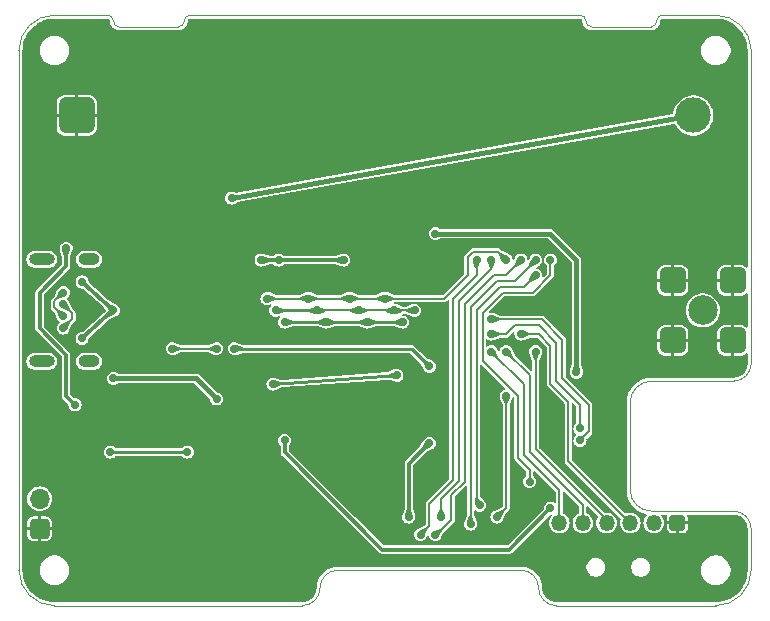
<source format=gbr>
%TF.GenerationSoftware,KiCad,Pcbnew,8.0.8+1*%
%TF.CreationDate,Date%
%TF.ProjectId,LoRa-V3-PCB,4c6f5261-2d56-4332-9d50-43422e6b6963,rev?*%
%TF.SameCoordinates,Original*%
%TF.FileFunction,Copper,L2,Bot*%
%TF.FilePolarity,Positive*%
%FSLAX46Y46*%
G04 Gerber Fmt 4.6, Leading zero omitted, Abs format (unit mm)*
G04 Created by KiCad*
%MOMM*%
%LPD*%
G01*
G04 APERTURE LIST*
G04 Aperture macros list*
%AMRoundRect*
0 Rectangle with rounded corners*
0 $1 Rounding radius*
0 $2 $3 $4 $5 $6 $7 $8 $9 X,Y pos of 4 corners*
0 Add a 4 corners polygon primitive as box body*
4,1,4,$2,$3,$4,$5,$6,$7,$8,$9,$2,$3,0*
0 Add four circle primitives for the rounded corners*
1,1,$1+$1,$2,$3*
1,1,$1+$1,$4,$5*
1,1,$1+$1,$6,$7*
1,1,$1+$1,$8,$9*
0 Add four rect primitives between the rounded corners*
20,1,$1+$1,$2,$3,$4,$5,0*
20,1,$1+$1,$4,$5,$6,$7,0*
20,1,$1+$1,$6,$7,$8,$9,0*
20,1,$1+$1,$8,$9,$2,$3,0*%
G04 Aperture macros list end*
%TA.AperFunction,Profile*%
%ADD10C,0.050000*%
%TD*%
%TA.AperFunction,Profile*%
%ADD11C,0.100000*%
%TD*%
%TA.AperFunction,HeatsinkPad*%
%ADD12RoundRect,0.240000X-0.560000X-0.560000X0.560000X-0.560000X0.560000X0.560000X-0.560000X0.560000X0*%
%TD*%
%TA.AperFunction,ComponentPad*%
%ADD13RoundRect,0.490196X-1.009804X-1.009804X1.009804X-1.009804X1.009804X1.009804X-1.009804X1.009804X0*%
%TD*%
%TA.AperFunction,ComponentPad*%
%ADD14C,3.000000*%
%TD*%
%TA.AperFunction,ComponentPad*%
%ADD15RoundRect,0.250000X-0.425000X0.425000X-0.425000X-0.425000X0.425000X-0.425000X0.425000X0.425000X0*%
%TD*%
%TA.AperFunction,ComponentPad*%
%ADD16O,1.350000X1.350000*%
%TD*%
%TA.AperFunction,ComponentPad*%
%ADD17C,2.500000*%
%TD*%
%TA.AperFunction,ComponentPad*%
%ADD18RoundRect,0.440000X0.660000X0.660000X-0.660000X0.660000X-0.660000X-0.660000X0.660000X-0.660000X0*%
%TD*%
%TA.AperFunction,ComponentPad*%
%ADD19RoundRect,0.340000X0.510000X0.510000X-0.510000X0.510000X-0.510000X-0.510000X0.510000X-0.510000X0*%
%TD*%
%TA.AperFunction,ComponentPad*%
%ADD20O,1.700000X1.700000*%
%TD*%
%TA.AperFunction,ComponentPad*%
%ADD21O,1.800000X1.000000*%
%TD*%
%TA.AperFunction,ComponentPad*%
%ADD22O,2.200000X1.000000*%
%TD*%
%TA.AperFunction,ViaPad*%
%ADD23C,0.700000*%
%TD*%
%TA.AperFunction,Conductor*%
%ADD24C,0.250000*%
%TD*%
%TA.AperFunction,Conductor*%
%ADD25C,0.200000*%
%TD*%
%TA.AperFunction,Conductor*%
%ADD26C,0.400000*%
%TD*%
%TA.AperFunction,Conductor*%
%ADD27C,0.300000*%
%TD*%
G04 APERTURE END LIST*
D10*
X162500000Y-73000000D02*
G75*
G02*
X162000000Y-72500000I0J500000D01*
G01*
D11*
X114000000Y-75000000D02*
X114000000Y-119000000D01*
X167550000Y-114000000D02*
X174500000Y-114000000D01*
D10*
X128500000Y-72000000D02*
X161500000Y-72000000D01*
D11*
X176000000Y-119000000D02*
G75*
G02*
X173000000Y-122000000I-3000000J0D01*
G01*
D10*
X161500000Y-72000000D02*
G75*
G02*
X162000000Y-72500000I0J-500000D01*
G01*
X122500000Y-73000000D02*
G75*
G02*
X122000000Y-72500000I0J500000D01*
G01*
X128000000Y-72500000D02*
G75*
G02*
X128500000Y-72000000I500000J0D01*
G01*
D11*
X176000000Y-115500000D02*
X176000000Y-119000000D01*
D10*
X167500000Y-73000000D02*
X162500000Y-73000000D01*
D11*
X165750000Y-104800000D02*
G75*
G02*
X167550000Y-103000000I1800000J0D01*
G01*
X139500000Y-120500000D02*
G75*
G02*
X138000000Y-122000000I-1500000J0D01*
G01*
X139500000Y-120500000D02*
G75*
G02*
X141000000Y-119000000I1500000J0D01*
G01*
D10*
X122500000Y-73000000D02*
X127500000Y-73000000D01*
X121500000Y-72000000D02*
G75*
G02*
X122000000Y-72500000I0J-500000D01*
G01*
D11*
X176000000Y-101500000D02*
G75*
G02*
X174500000Y-103000000I-1500000J0D01*
G01*
X117000000Y-122000000D02*
G75*
G02*
X114000000Y-119000000I0J3000000D01*
G01*
D10*
X128000000Y-72500000D02*
G75*
G02*
X127500000Y-73000000I-500000J0D01*
G01*
D11*
X156500000Y-119000000D02*
G75*
G02*
X158000000Y-120500000I0J-1500000D01*
G01*
X174500000Y-103000000D02*
X167550000Y-103000000D01*
X159500000Y-122000000D02*
X173000000Y-122000000D01*
X167550000Y-114000000D02*
G75*
G02*
X165750000Y-112200000I0J1800000D01*
G01*
X165750000Y-104800000D02*
X165750000Y-112200000D01*
X173000000Y-72000000D02*
G75*
G02*
X176000000Y-75000000I0J-3000000D01*
G01*
X156500000Y-119000000D02*
X141000000Y-119000000D01*
D10*
X117000000Y-72000000D02*
X121500000Y-72000000D01*
D11*
X176000000Y-75000000D02*
X176000000Y-101500000D01*
D10*
X168000000Y-72500000D02*
G75*
G02*
X167500000Y-73000000I-500000J0D01*
G01*
D11*
X114000000Y-75000000D02*
G75*
G02*
X117000000Y-72000000I3000000J0D01*
G01*
X174500000Y-114000000D02*
G75*
G02*
X176000000Y-115500000I0J-1500000D01*
G01*
X159500000Y-122000000D02*
G75*
G02*
X158000000Y-120500000I0J1500000D01*
G01*
D10*
X168500000Y-72000000D02*
X173000000Y-72000000D01*
X168000000Y-72500000D02*
G75*
G02*
X168500000Y-72000000I500000J0D01*
G01*
D11*
X117000000Y-122000000D02*
X138000000Y-122000000D01*
D12*
%TO.P,IC4,17,EP*%
%TO.N,GND*%
X125500000Y-115500000D03*
%TD*%
D13*
%TO.P,CONN2,1,-*%
%TO.N,GND*%
X118900000Y-80500000D03*
D14*
%TO.P,CONN2,2,+*%
%TO.N,VBAT*%
X171100000Y-80500000D03*
%TD*%
D15*
%TO.P,CONN8,1,Pin_1*%
%TO.N,GND*%
X169750000Y-115000000D03*
D16*
%TO.P,CONN8,2,Pin_2*%
%TO.N,+3.3V*%
X167750000Y-115000000D03*
%TO.P,CONN8,3,Pin_3*%
%TO.N,SWCLK*%
X165750000Y-115000000D03*
%TO.P,CONN8,4,Pin_4*%
%TO.N,SWDIO*%
X163750000Y-115000000D03*
%TO.P,CONN8,5,Pin_5*%
%TO.N,UART1-TX*%
X161750000Y-115000000D03*
%TO.P,CONN8,6,Pin_6*%
%TO.N,SWO*%
X159750000Y-115000000D03*
%TD*%
D17*
%TO.P,CONN5,1,In*%
%TO.N,RF*%
X171900000Y-97000000D03*
D18*
%TO.P,CONN5,2,Ext*%
%TO.N,GND*%
X174440000Y-99540000D03*
X174440000Y-94460000D03*
X169360000Y-99540000D03*
X169360000Y-94460000D03*
%TD*%
D19*
%TO.P,CONN4,1,-*%
%TO.N,GND*%
X115750000Y-115500000D03*
D20*
%TO.P,CONN4,2,+*%
%TO.N,Solar+*%
X115750000Y-112960000D03*
%TD*%
D21*
%TO.P,CONN1,S1,Shield*%
%TO.N,unconnected-(CONN1-Shield-PadS1)*%
X119930000Y-92680000D03*
%TO.P,CONN1,S2,Shield*%
%TO.N,unconnected-(CONN1-Shield-PadS2)*%
X119930000Y-101320000D03*
D22*
%TO.P,CONN1,S3,Shield*%
%TO.N,unconnected-(CONN1-Shield-PadS3)*%
X115930000Y-92680000D03*
%TO.P,CONN1,S4,Shield*%
%TO.N,unconnected-(CONN1-Shield-PadS4)*%
X115930000Y-101320000D03*
%TD*%
D23*
%TO.N,GND*%
X137000000Y-121000000D03*
X139500000Y-108000000D03*
X167380274Y-98674914D03*
X115000000Y-107000000D03*
X128250000Y-115500000D03*
X115000000Y-85000000D03*
X153750000Y-107000000D03*
X121000000Y-104750000D03*
X165750000Y-103000000D03*
X150000000Y-111000000D03*
X130300000Y-97525000D03*
X119000000Y-121000000D03*
X132250000Y-104250000D03*
X164369744Y-98575069D03*
X129000000Y-73000000D03*
X161000000Y-73000000D03*
X134500000Y-102250000D03*
X126000000Y-99500000D03*
X148750000Y-109750000D03*
X143500000Y-88750000D03*
X137000000Y-73000000D03*
X159000000Y-88500000D03*
X128750000Y-107750000D03*
X163266473Y-101344388D03*
X134000000Y-114000000D03*
X167067018Y-96258049D03*
X118750000Y-109000000D03*
X143000000Y-101250000D03*
X160500000Y-90000000D03*
X127000000Y-104750000D03*
X165862368Y-97082444D03*
X129200000Y-97525000D03*
X119000000Y-116500000D03*
X175000000Y-117000000D03*
X169000000Y-73000000D03*
X123500000Y-109750000D03*
X122000000Y-93800000D03*
X136000000Y-88750000D03*
X143250000Y-113850000D03*
X128000000Y-110500000D03*
X115000000Y-99750000D03*
X123250000Y-117750000D03*
X129000000Y-104750000D03*
X161500000Y-109500000D03*
X153000000Y-73000000D03*
X165887616Y-100167571D03*
X175000000Y-87000000D03*
X147000000Y-101250000D03*
X145250000Y-88500000D03*
X144000000Y-107000000D03*
X134500000Y-88750000D03*
X156250000Y-111250000D03*
X147000000Y-88750000D03*
X136250000Y-101250000D03*
X151500000Y-113250000D03*
X130300000Y-96475000D03*
X135500000Y-107000000D03*
X126000000Y-94500000D03*
X122000000Y-100200000D03*
X164682986Y-100991946D03*
X125500000Y-115500000D03*
X147000000Y-92750000D03*
X171000000Y-121000000D03*
X138500000Y-101250000D03*
X131250000Y-106000000D03*
X153750000Y-104500000D03*
X115000000Y-77000000D03*
X132000000Y-93500000D03*
X175000000Y-79000000D03*
X129000000Y-120500000D03*
X121000000Y-73000000D03*
X163000000Y-121000000D03*
X119000000Y-118000000D03*
X122000000Y-101500000D03*
X159000000Y-104250000D03*
X124250000Y-107000000D03*
X142000000Y-88750000D03*
X151000000Y-94000000D03*
X129200000Y-96475000D03*
X145000000Y-73000000D03*
X115000000Y-94250000D03*
X159250000Y-97750000D03*
X163175732Y-99148137D03*
%TO.N,I2C2-SDA*%
X161500000Y-107000000D03*
X143500000Y-98000000D03*
X140000000Y-98000000D03*
X146500000Y-98000000D03*
X136500000Y-98000000D03*
X154000000Y-99000000D03*
%TO.N,I2C2-SCL*%
X139250000Y-97000000D03*
X142750000Y-97000000D03*
X135750000Y-97000000D03*
X154000000Y-97750000D03*
X161500000Y-108000000D03*
X145750000Y-97000000D03*
X147500000Y-97000000D03*
%TO.N,SWDIO*%
X157750000Y-100500000D03*
%TO.N,SWCLK*%
X156500000Y-99000000D03*
%TO.N,SWO*%
X154000000Y-100500000D03*
%TO.N,CHG-OUT*%
X121750000Y-109000000D03*
X128250000Y-109000000D03*
%TO.N,+3.3V*%
X161200000Y-102250000D03*
X149250000Y-90500000D03*
%TO.N,+5V*%
X130750000Y-104500000D03*
X119350000Y-99375000D03*
X122000000Y-97000000D03*
X122000000Y-102750000D03*
X119350000Y-94600000D03*
%TO.N,VBUS*%
X132250000Y-100250000D03*
X148750000Y-101750000D03*
%TO.N,RST*%
X130750000Y-100250000D03*
X127000000Y-100250000D03*
%TO.N,UART1-TX*%
X155250000Y-100500000D03*
%TO.N,DISPLAY-BUSY*%
X157750000Y-94000000D03*
X153000000Y-113500000D03*
%TO.N,SPI2-SCK*%
X156500000Y-92750000D03*
X149250000Y-116000000D03*
%TO.N,DISPLAY-D{slash}C*%
X154000000Y-92750000D03*
X149750000Y-114500000D03*
%TO.N,SPI2-MOSI*%
X152750000Y-92750000D03*
X148000000Y-116000000D03*
%TO.N,VDD-Display-Charge*%
X157250000Y-111500000D03*
X159000000Y-92750000D03*
%TO.N,VDD-SENSORS-EEPROM*%
X136500000Y-108000000D03*
X141500000Y-92750000D03*
X159000000Y-113750000D03*
X134500000Y-92750000D03*
X136000000Y-92750000D03*
%TO.N,~{Enable-3.3V-Switched-1}*%
X135500000Y-103250000D03*
X146000000Y-102500000D03*
%TO.N,VDD-Display*%
X147000000Y-114500000D03*
X148750000Y-108250000D03*
%TO.N,~{MCU-RESET}*%
X118750000Y-105000000D03*
X118000000Y-91750000D03*
%TO.N,~{DISPLAY-RESET}*%
X152250000Y-115100000D03*
X157750000Y-92750000D03*
%TO.N,~{DISPLAY-CS}*%
X155250000Y-104250000D03*
X154470001Y-114500000D03*
%TO.N,~{WRITE-PROTECT}*%
X145000000Y-96000000D03*
X135000000Y-96000000D03*
X142000000Y-96000000D03*
X138500000Y-96000000D03*
X155250000Y-92750000D03*
%TO.N,D+CONN*%
X117750000Y-96500447D03*
X117750000Y-98500447D03*
%TO.N,D-CONN*%
X117750000Y-97500447D03*
X117750000Y-95500447D03*
%TO.N,VBAT*%
X132000000Y-87500000D03*
%TD*%
D24*
%TO.N,I2C2-SDA*%
X140000000Y-98000000D02*
X143500000Y-98000000D01*
D25*
X161500000Y-105000000D02*
X159500000Y-103000000D01*
D24*
X136500000Y-98000000D02*
X140000000Y-98000000D01*
D25*
X155250000Y-99000000D02*
X154000000Y-99000000D01*
X158000000Y-98250000D02*
X156000000Y-98250000D01*
X159500000Y-103000000D02*
X159500000Y-99750000D01*
X161500000Y-107000000D02*
X161500000Y-105000000D01*
D24*
X143500000Y-98000000D02*
X146500000Y-98000000D01*
D25*
X156000000Y-98250000D02*
X155250000Y-99000000D01*
X159500000Y-99750000D02*
X158000000Y-98250000D01*
%TO.N,I2C2-SCL*%
X160000000Y-99500000D02*
X158250000Y-97750000D01*
X158250000Y-97750000D02*
X154000000Y-97750000D01*
D24*
X135750000Y-97000000D02*
X139250000Y-97000000D01*
D25*
X160000000Y-102750000D02*
X160000000Y-99500000D01*
X161500000Y-108000000D02*
X162250000Y-107250000D01*
X147500000Y-97000000D02*
X145750000Y-97000000D01*
X162250000Y-107250000D02*
X162250000Y-105000000D01*
X142750000Y-97000000D02*
X139250000Y-97000000D01*
X162250000Y-105000000D02*
X160000000Y-102750000D01*
X145750000Y-97000000D02*
X142750000Y-97000000D01*
%TO.N,SWDIO*%
X163750000Y-114750000D02*
X163750000Y-115000000D01*
X157750000Y-100500000D02*
X157750000Y-108750000D01*
X157750000Y-108750000D02*
X163750000Y-114750000D01*
%TO.N,SWCLK*%
X158000000Y-99000000D02*
X159000000Y-100000000D01*
X156500000Y-99000000D02*
X158000000Y-99000000D01*
X160500000Y-109750000D02*
X165750000Y-115000000D01*
X159000000Y-103250000D02*
X160500000Y-104750000D01*
X160500000Y-104750000D02*
X160500000Y-109750000D01*
X159000000Y-100000000D02*
X159000000Y-103250000D01*
%TO.N,SWO*%
X159750000Y-112250000D02*
X159750000Y-115000000D01*
X154000000Y-100500000D02*
X156750000Y-103250000D01*
X156750000Y-109250000D02*
X159750000Y-112250000D01*
X156750000Y-103250000D02*
X156750000Y-109250000D01*
D24*
%TO.N,CHG-OUT*%
X121750000Y-109000000D02*
X128250000Y-109000000D01*
D26*
%TO.N,+3.3V*%
X159000000Y-90500000D02*
X161200000Y-92700000D01*
X149250000Y-90500000D02*
X159000000Y-90500000D01*
X161200000Y-92700000D02*
X161200000Y-102250000D01*
D27*
%TO.N,+5V*%
X119350000Y-99375000D02*
X122000000Y-97000000D01*
D26*
X122000000Y-102750000D02*
X129000000Y-102750000D01*
X129000000Y-102750000D02*
X130750000Y-104500000D01*
D27*
X122000000Y-97000000D02*
X119350000Y-94600000D01*
D24*
%TO.N,VBUS*%
X147250000Y-100250000D02*
X148750000Y-101750000D01*
X132250000Y-100250000D02*
X147250000Y-100250000D01*
D25*
%TO.N,RST*%
X127000000Y-100250000D02*
X130750000Y-100250000D01*
%TO.N,UART1-TX*%
X155250000Y-100500000D02*
X157250000Y-102500000D01*
X157250000Y-109000000D02*
X161750000Y-113500000D01*
X157250000Y-102500000D02*
X157250000Y-109000000D01*
X161750000Y-113500000D02*
X161750000Y-115000000D01*
%TO.N,DISPLAY-BUSY*%
X156750000Y-95000000D02*
X154750000Y-95000000D01*
X152750000Y-97000000D02*
X152750000Y-113250000D01*
X157750000Y-94000000D02*
X156750000Y-95000000D01*
X154750000Y-95000000D02*
X152750000Y-97000000D01*
X152750000Y-113250000D02*
X153000000Y-113500000D01*
%TO.N,SPI2-SCK*%
X150600000Y-114750000D02*
X150600000Y-112650000D01*
X154250000Y-94000000D02*
X155250000Y-94000000D01*
X151750000Y-111500000D02*
X151750000Y-96500000D01*
X155250000Y-94000000D02*
X156500000Y-92750000D01*
X151750000Y-96500000D02*
X154250000Y-94000000D01*
X149250000Y-116000000D02*
X149350000Y-116000000D01*
X150600000Y-112650000D02*
X151750000Y-111500000D01*
X149350000Y-116000000D02*
X150600000Y-114750000D01*
%TO.N,DISPLAY-D{slash}C*%
X151250000Y-96250000D02*
X154000000Y-93500000D01*
X151250000Y-111434314D02*
X151250000Y-96250000D01*
X149750000Y-112934314D02*
X151250000Y-111434314D01*
X149750000Y-114500000D02*
X149750000Y-112934314D01*
X154000000Y-93500000D02*
X154000000Y-92750000D01*
%TO.N,SPI2-MOSI*%
X150750000Y-96000000D02*
X152750000Y-94000000D01*
X152750000Y-94000000D02*
X152750000Y-92750000D01*
X150750000Y-111368628D02*
X150750000Y-96000000D01*
X148000000Y-116000000D02*
X148750000Y-115250000D01*
X148750000Y-113368628D02*
X150750000Y-111368628D01*
X148750000Y-115250000D02*
X148750000Y-113368628D01*
%TO.N,VDD-Display-Charge*%
X155000000Y-95500000D02*
X157500000Y-95500000D01*
X157250000Y-110500000D02*
X156250000Y-109500000D01*
X153250000Y-97250000D02*
X155000000Y-95500000D01*
X156250000Y-109500000D02*
X156250000Y-104250000D01*
X159000000Y-94000000D02*
X159000000Y-92750000D01*
X157500000Y-95500000D02*
X159000000Y-94000000D01*
X156250000Y-104250000D02*
X153250000Y-101250000D01*
X153250000Y-101250000D02*
X153250000Y-97250000D01*
X157250000Y-111500000D02*
X157250000Y-110500000D01*
D27*
%TO.N,VDD-SENSORS-EEPROM*%
X155500000Y-117250000D02*
X159000000Y-113750000D01*
X134500000Y-92750000D02*
X141500000Y-92750000D01*
X136500000Y-108000000D02*
X136500000Y-109000000D01*
X144750000Y-117250000D02*
X155500000Y-117250000D01*
X136500000Y-109000000D02*
X144750000Y-117250000D01*
D24*
%TO.N,~{Enable-3.3V-Switched-1}*%
X146000000Y-102500000D02*
X135500000Y-103250000D01*
D27*
%TO.N,VDD-Display*%
X147000000Y-110000000D02*
X147000000Y-114500000D01*
X148750000Y-108250000D02*
X147000000Y-110000000D01*
%TO.N,~{MCU-RESET}*%
X115750000Y-95500000D02*
X118000000Y-93250000D01*
X118000000Y-93250000D02*
X118000000Y-91750000D01*
X118000000Y-100750000D02*
X115750000Y-98500000D01*
X118750000Y-105000000D02*
X118000000Y-104250000D01*
X118000000Y-104250000D02*
X118000000Y-100750000D01*
X115750000Y-98500000D02*
X115750000Y-95500000D01*
D25*
%TO.N,~{DISPLAY-RESET}*%
X156000000Y-94500000D02*
X157750000Y-92750000D01*
X152250000Y-96750000D02*
X154500000Y-94500000D01*
X154500000Y-94500000D02*
X156000000Y-94500000D01*
X152250000Y-115100000D02*
X152250000Y-96750000D01*
%TO.N,~{DISPLAY-CS}*%
X154470001Y-114500000D02*
X155250000Y-113720001D01*
X155250000Y-113720001D02*
X155250000Y-104250000D01*
%TO.N,~{WRITE-PROTECT}*%
X152000000Y-94000000D02*
X150000000Y-96000000D01*
X155250000Y-92750000D02*
X154525000Y-92025000D01*
X145000000Y-96000000D02*
X142000000Y-96000000D01*
X154525000Y-92025000D02*
X152485050Y-92025000D01*
X142000000Y-96000000D02*
X138500000Y-96000000D01*
X152000000Y-92510050D02*
X152000000Y-94000000D01*
X152485050Y-92025000D02*
X152000000Y-92510050D01*
X138500000Y-96000000D02*
X135000000Y-96000000D01*
X150000000Y-96000000D02*
X145000000Y-96000000D01*
%TO.N,D+CONN*%
X118500000Y-97250447D02*
X118500000Y-97750447D01*
X117750000Y-96500447D02*
X118500000Y-97250447D01*
X118500000Y-97750447D02*
X117750000Y-98500447D01*
%TO.N,D-CONN*%
X117000000Y-96750447D02*
X117750000Y-97500447D01*
X117000000Y-96250447D02*
X117000000Y-96750447D01*
X117750000Y-95500447D02*
X117000000Y-96250447D01*
D26*
%TO.N,VBAT*%
X132000000Y-87500000D02*
X171100000Y-80500000D01*
X171100000Y-80500000D02*
X170995000Y-80500000D01*
%TD*%
%TA.AperFunction,Conductor*%
%TO.N,GND*%
G36*
X121505751Y-72301411D02*
G01*
X121517444Y-72303262D01*
X121550074Y-72308430D01*
X121572090Y-72315584D01*
X121606821Y-72333280D01*
X121625549Y-72346887D01*
X121653112Y-72374450D01*
X121666720Y-72393180D01*
X121684414Y-72427906D01*
X121691569Y-72449926D01*
X121698589Y-72494248D01*
X121699500Y-72505824D01*
X121699500Y-72578842D01*
X121709661Y-72629925D01*
X121730261Y-72733491D01*
X121730264Y-72733501D01*
X121790603Y-72879174D01*
X121790605Y-72879177D01*
X121790606Y-72879179D01*
X121878211Y-73010289D01*
X121989711Y-73121789D01*
X122120821Y-73209394D01*
X122120826Y-73209396D01*
X122120825Y-73209396D01*
X122266498Y-73269735D01*
X122266503Y-73269737D01*
X122421158Y-73300500D01*
X122421160Y-73300500D01*
X127578840Y-73300500D01*
X127578842Y-73300500D01*
X127733497Y-73269737D01*
X127879179Y-73209394D01*
X128010289Y-73121789D01*
X128121789Y-73010289D01*
X128209394Y-72879179D01*
X128269737Y-72733497D01*
X128300500Y-72578842D01*
X128300500Y-72505824D01*
X128301411Y-72494249D01*
X128308104Y-72451987D01*
X128308431Y-72449923D01*
X128315583Y-72427911D01*
X128333282Y-72393175D01*
X128346884Y-72374453D01*
X128374453Y-72346884D01*
X128393175Y-72333282D01*
X128427911Y-72315583D01*
X128449923Y-72308431D01*
X128485055Y-72302866D01*
X128494249Y-72301411D01*
X128505824Y-72300500D01*
X128547595Y-72300500D01*
X161452405Y-72300500D01*
X161494176Y-72300500D01*
X161505751Y-72301411D01*
X161517444Y-72303262D01*
X161550074Y-72308430D01*
X161572090Y-72315584D01*
X161606821Y-72333280D01*
X161625549Y-72346887D01*
X161653112Y-72374450D01*
X161666720Y-72393180D01*
X161684414Y-72427906D01*
X161691569Y-72449926D01*
X161698589Y-72494248D01*
X161699500Y-72505824D01*
X161699500Y-72578842D01*
X161709661Y-72629925D01*
X161730261Y-72733491D01*
X161730264Y-72733501D01*
X161790603Y-72879174D01*
X161790605Y-72879177D01*
X161790606Y-72879179D01*
X161878211Y-73010289D01*
X161989711Y-73121789D01*
X162120821Y-73209394D01*
X162120826Y-73209396D01*
X162120825Y-73209396D01*
X162266498Y-73269735D01*
X162266503Y-73269737D01*
X162421158Y-73300500D01*
X162421160Y-73300500D01*
X167578840Y-73300500D01*
X167578842Y-73300500D01*
X167733497Y-73269737D01*
X167879179Y-73209394D01*
X168010289Y-73121789D01*
X168121789Y-73010289D01*
X168209394Y-72879179D01*
X168269737Y-72733497D01*
X168300500Y-72578842D01*
X168300500Y-72505824D01*
X168301411Y-72494249D01*
X168308104Y-72451987D01*
X168308431Y-72449923D01*
X168315583Y-72427911D01*
X168333282Y-72393175D01*
X168346884Y-72374453D01*
X168374453Y-72346884D01*
X168393175Y-72333282D01*
X168427911Y-72315583D01*
X168449923Y-72308431D01*
X168485055Y-72302866D01*
X168494249Y-72301411D01*
X168505824Y-72300500D01*
X168547595Y-72300500D01*
X172952405Y-72300500D01*
X172997917Y-72300500D01*
X173002065Y-72300615D01*
X173298112Y-72317241D01*
X173306346Y-72318170D01*
X173596603Y-72367486D01*
X173604671Y-72369327D01*
X173887605Y-72450839D01*
X173895418Y-72453573D01*
X174021562Y-72505824D01*
X174167428Y-72566244D01*
X174174904Y-72569844D01*
X174432594Y-72712263D01*
X174439608Y-72716671D01*
X174668634Y-72879174D01*
X174679716Y-72887037D01*
X174686203Y-72892209D01*
X174905741Y-73088400D01*
X174911599Y-73094258D01*
X175068417Y-73269738D01*
X175107789Y-73313795D01*
X175112962Y-73320283D01*
X175283324Y-73560385D01*
X175287740Y-73567412D01*
X175430155Y-73825095D01*
X175433755Y-73832571D01*
X175546422Y-74104571D01*
X175549163Y-74112404D01*
X175630669Y-74395317D01*
X175632515Y-74403408D01*
X175681828Y-74693647D01*
X175682758Y-74701893D01*
X175699384Y-74997934D01*
X175699500Y-75002083D01*
X175699500Y-93315751D01*
X175677826Y-93368077D01*
X175625500Y-93389751D01*
X175573174Y-93368077D01*
X175495377Y-93290280D01*
X175356196Y-93207968D01*
X175200914Y-93162855D01*
X175200917Y-93162855D01*
X175164636Y-93160000D01*
X174565000Y-93160000D01*
X174565000Y-93872328D01*
X174518991Y-93860000D01*
X174361009Y-93860000D01*
X174315000Y-93872328D01*
X174315000Y-93160000D01*
X173715364Y-93160000D01*
X173679083Y-93162855D01*
X173523803Y-93207968D01*
X173384622Y-93290280D01*
X173270280Y-93404622D01*
X173187968Y-93543803D01*
X173142855Y-93699083D01*
X173140000Y-93735363D01*
X173140000Y-94335000D01*
X173852328Y-94335000D01*
X173840000Y-94381009D01*
X173840000Y-94538991D01*
X173852328Y-94585000D01*
X173140001Y-94585000D01*
X173140001Y-95184635D01*
X173142855Y-95220916D01*
X173187968Y-95376196D01*
X173270280Y-95515377D01*
X173384622Y-95629719D01*
X173523803Y-95712031D01*
X173679085Y-95757144D01*
X173679082Y-95757144D01*
X173715363Y-95759999D01*
X174315000Y-95759999D01*
X174315000Y-95047671D01*
X174361009Y-95060000D01*
X174518991Y-95060000D01*
X174565000Y-95047671D01*
X174565000Y-95759999D01*
X175164636Y-95759999D01*
X175200916Y-95757144D01*
X175356196Y-95712031D01*
X175495377Y-95629719D01*
X175573174Y-95551923D01*
X175625500Y-95530249D01*
X175677826Y-95551923D01*
X175699500Y-95604249D01*
X175699500Y-98395751D01*
X175677826Y-98448077D01*
X175625500Y-98469751D01*
X175573174Y-98448077D01*
X175495377Y-98370280D01*
X175356196Y-98287968D01*
X175200914Y-98242855D01*
X175200917Y-98242855D01*
X175164636Y-98240000D01*
X174565000Y-98240000D01*
X174565000Y-98952328D01*
X174518991Y-98940000D01*
X174361009Y-98940000D01*
X174315000Y-98952328D01*
X174315000Y-98240000D01*
X173715364Y-98240000D01*
X173679083Y-98242855D01*
X173523803Y-98287968D01*
X173384622Y-98370280D01*
X173270280Y-98484622D01*
X173187968Y-98623803D01*
X173142855Y-98779083D01*
X173140000Y-98815363D01*
X173140000Y-99415000D01*
X173852328Y-99415000D01*
X173840000Y-99461009D01*
X173840000Y-99618991D01*
X173852328Y-99665000D01*
X173140001Y-99665000D01*
X173140001Y-100264635D01*
X173142855Y-100300916D01*
X173187968Y-100456196D01*
X173270280Y-100595377D01*
X173384622Y-100709719D01*
X173523803Y-100792031D01*
X173679085Y-100837144D01*
X173679082Y-100837144D01*
X173715363Y-100839999D01*
X174315000Y-100839999D01*
X174315000Y-100127671D01*
X174361009Y-100140000D01*
X174518991Y-100140000D01*
X174565000Y-100127671D01*
X174565000Y-100839999D01*
X175164636Y-100839999D01*
X175200916Y-100837144D01*
X175356196Y-100792031D01*
X175495377Y-100709719D01*
X175573174Y-100631923D01*
X175625500Y-100610249D01*
X175677826Y-100631923D01*
X175699500Y-100684249D01*
X175699500Y-101497090D01*
X175699272Y-101502896D01*
X175685188Y-101681840D01*
X175683371Y-101693309D01*
X175642152Y-101865000D01*
X175638564Y-101876044D01*
X175570989Y-102039183D01*
X175565717Y-102049529D01*
X175473459Y-102200081D01*
X175466634Y-102209475D01*
X175351957Y-102343746D01*
X175343746Y-102351957D01*
X175209475Y-102466634D01*
X175200081Y-102473459D01*
X175049529Y-102565717D01*
X175039183Y-102570989D01*
X174876044Y-102638564D01*
X174865000Y-102642152D01*
X174693309Y-102683371D01*
X174681840Y-102685188D01*
X174502897Y-102699272D01*
X174497091Y-102699500D01*
X167597595Y-102699500D01*
X167550000Y-102699500D01*
X167412326Y-102699500D01*
X167348810Y-102707862D01*
X167139335Y-102735439D01*
X166873368Y-102806704D01*
X166618982Y-102912075D01*
X166618979Y-102912076D01*
X166380524Y-103049748D01*
X166380518Y-103049752D01*
X166162077Y-103217366D01*
X165967366Y-103412077D01*
X165799752Y-103630518D01*
X165799748Y-103630524D01*
X165662076Y-103868979D01*
X165662075Y-103868982D01*
X165556704Y-104123368D01*
X165485439Y-104389335D01*
X165456734Y-104607379D01*
X165449500Y-104662326D01*
X165449500Y-104760438D01*
X165449500Y-112152405D01*
X165449500Y-112200000D01*
X165449500Y-112337674D01*
X165458248Y-112404123D01*
X165485439Y-112610664D01*
X165556704Y-112876631D01*
X165662075Y-113131017D01*
X165662076Y-113131020D01*
X165799748Y-113369475D01*
X165799752Y-113369481D01*
X165967366Y-113587922D01*
X166162077Y-113782633D01*
X166380518Y-113950247D01*
X166380524Y-113950251D01*
X166499838Y-114019137D01*
X166618979Y-114087923D01*
X166873368Y-114193295D01*
X167013567Y-114230861D01*
X167099031Y-114253761D01*
X167143965Y-114288240D01*
X167151358Y-114344392D01*
X167134872Y-114374756D01*
X167037805Y-114482558D01*
X167037802Y-114482563D01*
X166945784Y-114641942D01*
X166888916Y-114816965D01*
X166888915Y-114816969D01*
X166888915Y-114816971D01*
X166869678Y-115000000D01*
X166885905Y-115154394D01*
X166888916Y-115183034D01*
X166945784Y-115358057D01*
X167037802Y-115517436D01*
X167037805Y-115517441D01*
X167160952Y-115654209D01*
X167309832Y-115762377D01*
X167309839Y-115762381D01*
X167477966Y-115837236D01*
X167657981Y-115875500D01*
X167657982Y-115875500D01*
X167842018Y-115875500D01*
X167842019Y-115875500D01*
X168022034Y-115837236D01*
X168190161Y-115762381D01*
X168211618Y-115746792D01*
X168339047Y-115654209D01*
X168339046Y-115654209D01*
X168339050Y-115654207D01*
X168462195Y-115517440D01*
X168554214Y-115358059D01*
X168567179Y-115318159D01*
X168611083Y-115183034D01*
X168611085Y-115183029D01*
X168630322Y-115000000D01*
X168611085Y-114816971D01*
X168598300Y-114777623D01*
X168554215Y-114641942D01*
X168462197Y-114482563D01*
X168462194Y-114482558D01*
X168409482Y-114424016D01*
X168390576Y-114370627D01*
X168414959Y-114319507D01*
X168464475Y-114300500D01*
X168840004Y-114300500D01*
X168892330Y-114322174D01*
X168914004Y-114374500D01*
X168909852Y-114398940D01*
X168877851Y-114490392D01*
X168877851Y-114490393D01*
X168875000Y-114520801D01*
X168875000Y-114875000D01*
X169369383Y-114875000D01*
X169350000Y-114947339D01*
X169350000Y-115052661D01*
X169369383Y-115125000D01*
X168875001Y-115125000D01*
X168875001Y-115479205D01*
X168877850Y-115509602D01*
X168877852Y-115509611D01*
X168922652Y-115637643D01*
X169003207Y-115746791D01*
X169003208Y-115746792D01*
X169112356Y-115827347D01*
X169112355Y-115827347D01*
X169240385Y-115872146D01*
X169240393Y-115872148D01*
X169270802Y-115874999D01*
X169625000Y-115874999D01*
X169625000Y-115380617D01*
X169697339Y-115400000D01*
X169802661Y-115400000D01*
X169875000Y-115380617D01*
X169875000Y-115874999D01*
X170229194Y-115874999D01*
X170229205Y-115874998D01*
X170259602Y-115872149D01*
X170259611Y-115872147D01*
X170387643Y-115827347D01*
X170496791Y-115746792D01*
X170496792Y-115746791D01*
X170577347Y-115637643D01*
X170622146Y-115509614D01*
X170622148Y-115509606D01*
X170624999Y-115479198D01*
X170625000Y-115479197D01*
X170625000Y-115125000D01*
X170130617Y-115125000D01*
X170150000Y-115052661D01*
X170150000Y-114947339D01*
X170130617Y-114875000D01*
X170624999Y-114875000D01*
X170624999Y-114520806D01*
X170624998Y-114520794D01*
X170622149Y-114490397D01*
X170622149Y-114490395D01*
X170590148Y-114398940D01*
X170593324Y-114342392D01*
X170635556Y-114304652D01*
X170659996Y-114300500D01*
X174452405Y-114300500D01*
X174497091Y-114300500D01*
X174502896Y-114300727D01*
X174681843Y-114314811D01*
X174693305Y-114316627D01*
X174865008Y-114357849D01*
X174876036Y-114361432D01*
X174966588Y-114398940D01*
X175039183Y-114429010D01*
X175049529Y-114434282D01*
X175190715Y-114520801D01*
X175200081Y-114526540D01*
X175209475Y-114533365D01*
X175338672Y-114643709D01*
X175343746Y-114648042D01*
X175351957Y-114656253D01*
X175466634Y-114790524D01*
X175473459Y-114799918D01*
X175565717Y-114950470D01*
X175570989Y-114960816D01*
X175638564Y-115123955D01*
X175642152Y-115134999D01*
X175683371Y-115306690D01*
X175685188Y-115318159D01*
X175699272Y-115497103D01*
X175699500Y-115502909D01*
X175699500Y-118997916D01*
X175699384Y-119002065D01*
X175682758Y-119298106D01*
X175681828Y-119306352D01*
X175632515Y-119596591D01*
X175630669Y-119604682D01*
X175549163Y-119887595D01*
X175546422Y-119895428D01*
X175433755Y-120167428D01*
X175430155Y-120174904D01*
X175287740Y-120432587D01*
X175283324Y-120439614D01*
X175112962Y-120679716D01*
X175107789Y-120686204D01*
X174911604Y-120905736D01*
X174905736Y-120911604D01*
X174686204Y-121107789D01*
X174679716Y-121112962D01*
X174439614Y-121283324D01*
X174432587Y-121287740D01*
X174174904Y-121430155D01*
X174167428Y-121433755D01*
X173895428Y-121546422D01*
X173887595Y-121549163D01*
X173604682Y-121630669D01*
X173596591Y-121632515D01*
X173306352Y-121681828D01*
X173298106Y-121682758D01*
X173002066Y-121699384D01*
X172997917Y-121699500D01*
X159502909Y-121699500D01*
X159497103Y-121699272D01*
X159318159Y-121685188D01*
X159306690Y-121683371D01*
X159134999Y-121642152D01*
X159123955Y-121638564D01*
X158960816Y-121570989D01*
X158950470Y-121565717D01*
X158799918Y-121473459D01*
X158790524Y-121466634D01*
X158656253Y-121351957D01*
X158648042Y-121343746D01*
X158642287Y-121337008D01*
X158533365Y-121209475D01*
X158526540Y-121200081D01*
X158434282Y-121049529D01*
X158429010Y-121039183D01*
X158373734Y-120905736D01*
X158361432Y-120876036D01*
X158357849Y-120865008D01*
X158316627Y-120693305D01*
X158314811Y-120681840D01*
X158300728Y-120502896D01*
X158300500Y-120497090D01*
X158300500Y-120381990D01*
X158269694Y-120147992D01*
X158269693Y-120147990D01*
X158269693Y-120147986D01*
X158208606Y-119920007D01*
X158118284Y-119701951D01*
X158000273Y-119497550D01*
X157970996Y-119459396D01*
X157856591Y-119310300D01*
X157689699Y-119143408D01*
X157502452Y-118999728D01*
X157502446Y-118999724D01*
X157298048Y-118881715D01*
X157298045Y-118881714D01*
X157079991Y-118791393D01*
X156905879Y-118744740D01*
X156852014Y-118730307D01*
X156852012Y-118730306D01*
X156852006Y-118730305D01*
X156852007Y-118730305D01*
X156663929Y-118705545D01*
X156618011Y-118699500D01*
X156539562Y-118699500D01*
X141047595Y-118699500D01*
X141000000Y-118699500D01*
X140881989Y-118699500D01*
X140840173Y-118705005D01*
X140647992Y-118730305D01*
X140420008Y-118791393D01*
X140201954Y-118881714D01*
X140201951Y-118881715D01*
X139997553Y-118999724D01*
X139997547Y-118999728D01*
X139810300Y-119143408D01*
X139643408Y-119310300D01*
X139499728Y-119497547D01*
X139499724Y-119497553D01*
X139381715Y-119701951D01*
X139381714Y-119701954D01*
X139291393Y-119920008D01*
X139230305Y-120147992D01*
X139199500Y-120381990D01*
X139199500Y-120497090D01*
X139199272Y-120502896D01*
X139185188Y-120681840D01*
X139183371Y-120693309D01*
X139142152Y-120865000D01*
X139138564Y-120876044D01*
X139070989Y-121039183D01*
X139065717Y-121049529D01*
X138973459Y-121200081D01*
X138966634Y-121209475D01*
X138851957Y-121343746D01*
X138843746Y-121351957D01*
X138709475Y-121466634D01*
X138700081Y-121473459D01*
X138549529Y-121565717D01*
X138539183Y-121570989D01*
X138376044Y-121638564D01*
X138365000Y-121642152D01*
X138193309Y-121683371D01*
X138181840Y-121685188D01*
X138002897Y-121699272D01*
X137997091Y-121699500D01*
X117002083Y-121699500D01*
X116997934Y-121699384D01*
X116701893Y-121682758D01*
X116693647Y-121681828D01*
X116403408Y-121632515D01*
X116395317Y-121630669D01*
X116112404Y-121549163D01*
X116104571Y-121546422D01*
X115832571Y-121433755D01*
X115825095Y-121430155D01*
X115567412Y-121287740D01*
X115560385Y-121283324D01*
X115320283Y-121112962D01*
X115313795Y-121107789D01*
X115237025Y-121039183D01*
X115094258Y-120911599D01*
X115088400Y-120905741D01*
X114892209Y-120686203D01*
X114887037Y-120679716D01*
X114759842Y-120500452D01*
X114716671Y-120439608D01*
X114712263Y-120432594D01*
X114569844Y-120174904D01*
X114566244Y-120167428D01*
X114525691Y-120069524D01*
X114453573Y-119895418D01*
X114450839Y-119887605D01*
X114369327Y-119604671D01*
X114367486Y-119596603D01*
X114318170Y-119306346D01*
X114317241Y-119298106D01*
X114316944Y-119292826D01*
X114300616Y-119002065D01*
X114300500Y-118997916D01*
X114300500Y-118901582D01*
X115749500Y-118901582D01*
X115749500Y-119098417D01*
X115780290Y-119292823D01*
X115780293Y-119292836D01*
X115841113Y-119480019D01*
X115928651Y-119651825D01*
X115930476Y-119655405D01*
X116046172Y-119814646D01*
X116185354Y-119953828D01*
X116344595Y-120069524D01*
X116519975Y-120158884D01*
X116519977Y-120158884D01*
X116519980Y-120158886D01*
X116707163Y-120219706D01*
X116707169Y-120219707D01*
X116707174Y-120219709D01*
X116836780Y-120240236D01*
X116901582Y-120250500D01*
X116901583Y-120250500D01*
X117098418Y-120250500D01*
X117147019Y-120242802D01*
X117292826Y-120219709D01*
X117292833Y-120219706D01*
X117292836Y-120219706D01*
X117480019Y-120158886D01*
X117480019Y-120158885D01*
X117480025Y-120158884D01*
X117655405Y-120069524D01*
X117814646Y-119953828D01*
X117953828Y-119814646D01*
X118069524Y-119655405D01*
X118158884Y-119480025D01*
X118165587Y-119459396D01*
X118219706Y-119292836D01*
X118219706Y-119292833D01*
X118219709Y-119292826D01*
X118250500Y-119098417D01*
X118250500Y-118901583D01*
X118247353Y-118881716D01*
X118223373Y-118730307D01*
X118219709Y-118707174D01*
X118219707Y-118707169D01*
X118219706Y-118707163D01*
X118208007Y-118671159D01*
X162049500Y-118671159D01*
X162049500Y-118828840D01*
X162080261Y-118983491D01*
X162080264Y-118983501D01*
X162140603Y-119129174D01*
X162140605Y-119129177D01*
X162140606Y-119129179D01*
X162228211Y-119260289D01*
X162339711Y-119371789D01*
X162470821Y-119459394D01*
X162470826Y-119459396D01*
X162470825Y-119459396D01*
X162616498Y-119519735D01*
X162616503Y-119519737D01*
X162771158Y-119550500D01*
X162771160Y-119550500D01*
X162928840Y-119550500D01*
X162928842Y-119550500D01*
X163083497Y-119519737D01*
X163229179Y-119459394D01*
X163360289Y-119371789D01*
X163471789Y-119260289D01*
X163559394Y-119129179D01*
X163619737Y-118983497D01*
X163650500Y-118828842D01*
X163650500Y-118671159D01*
X165849500Y-118671159D01*
X165849500Y-118828840D01*
X165880261Y-118983491D01*
X165880264Y-118983501D01*
X165940603Y-119129174D01*
X165940605Y-119129177D01*
X165940606Y-119129179D01*
X166028211Y-119260289D01*
X166139711Y-119371789D01*
X166270821Y-119459394D01*
X166270826Y-119459396D01*
X166270825Y-119459396D01*
X166416498Y-119519735D01*
X166416503Y-119519737D01*
X166571158Y-119550500D01*
X166571160Y-119550500D01*
X166728840Y-119550500D01*
X166728842Y-119550500D01*
X166883497Y-119519737D01*
X167029179Y-119459394D01*
X167160289Y-119371789D01*
X167271789Y-119260289D01*
X167359394Y-119129179D01*
X167419737Y-118983497D01*
X167436031Y-118901582D01*
X171749500Y-118901582D01*
X171749500Y-119098417D01*
X171780290Y-119292823D01*
X171780293Y-119292836D01*
X171841113Y-119480019D01*
X171928651Y-119651825D01*
X171930476Y-119655405D01*
X172046172Y-119814646D01*
X172185354Y-119953828D01*
X172344595Y-120069524D01*
X172519975Y-120158884D01*
X172519977Y-120158884D01*
X172519980Y-120158886D01*
X172707163Y-120219706D01*
X172707169Y-120219707D01*
X172707174Y-120219709D01*
X172836780Y-120240236D01*
X172901582Y-120250500D01*
X172901583Y-120250500D01*
X173098418Y-120250500D01*
X173147019Y-120242802D01*
X173292826Y-120219709D01*
X173292833Y-120219706D01*
X173292836Y-120219706D01*
X173480019Y-120158886D01*
X173480019Y-120158885D01*
X173480025Y-120158884D01*
X173655405Y-120069524D01*
X173814646Y-119953828D01*
X173953828Y-119814646D01*
X174069524Y-119655405D01*
X174158884Y-119480025D01*
X174165587Y-119459396D01*
X174219706Y-119292836D01*
X174219706Y-119292833D01*
X174219709Y-119292826D01*
X174250500Y-119098417D01*
X174250500Y-118901583D01*
X174247353Y-118881716D01*
X174223373Y-118730307D01*
X174219709Y-118707174D01*
X174219707Y-118707169D01*
X174219706Y-118707163D01*
X174158886Y-118519980D01*
X174158884Y-118519977D01*
X174158884Y-118519975D01*
X174069524Y-118344595D01*
X173953828Y-118185354D01*
X173814646Y-118046172D01*
X173814643Y-118046169D01*
X173814641Y-118046168D01*
X173655404Y-117930475D01*
X173480019Y-117841113D01*
X173292836Y-117780293D01*
X173292823Y-117780290D01*
X173098418Y-117749500D01*
X173098417Y-117749500D01*
X172901583Y-117749500D01*
X172901582Y-117749500D01*
X172707176Y-117780290D01*
X172707163Y-117780293D01*
X172519980Y-117841113D01*
X172344595Y-117930475D01*
X172185358Y-118046168D01*
X172046168Y-118185358D01*
X171930475Y-118344595D01*
X171841113Y-118519980D01*
X171780293Y-118707163D01*
X171780290Y-118707176D01*
X171749500Y-118901582D01*
X167436031Y-118901582D01*
X167450500Y-118828842D01*
X167450500Y-118671158D01*
X167419737Y-118516503D01*
X167359394Y-118370821D01*
X167271789Y-118239711D01*
X167160289Y-118128211D01*
X167029179Y-118040606D01*
X167029175Y-118040604D01*
X167029173Y-118040603D01*
X167029174Y-118040603D01*
X166883501Y-117980264D01*
X166883491Y-117980261D01*
X166779925Y-117959661D01*
X166728842Y-117949500D01*
X166571158Y-117949500D01*
X166527315Y-117958220D01*
X166416508Y-117980261D01*
X166416498Y-117980264D01*
X166270825Y-118040603D01*
X166139711Y-118128210D01*
X166139710Y-118128212D01*
X166028212Y-118239710D01*
X166028210Y-118239711D01*
X165940603Y-118370825D01*
X165880264Y-118516498D01*
X165880261Y-118516508D01*
X165849500Y-118671159D01*
X163650500Y-118671159D01*
X163650500Y-118671158D01*
X163619737Y-118516503D01*
X163559394Y-118370821D01*
X163471789Y-118239711D01*
X163360289Y-118128211D01*
X163229179Y-118040606D01*
X163229175Y-118040604D01*
X163229173Y-118040603D01*
X163229174Y-118040603D01*
X163083501Y-117980264D01*
X163083491Y-117980261D01*
X162979925Y-117959661D01*
X162928842Y-117949500D01*
X162771158Y-117949500D01*
X162727315Y-117958220D01*
X162616508Y-117980261D01*
X162616498Y-117980264D01*
X162470825Y-118040603D01*
X162339711Y-118128210D01*
X162339710Y-118128212D01*
X162228212Y-118239710D01*
X162228210Y-118239711D01*
X162140603Y-118370825D01*
X162080264Y-118516498D01*
X162080261Y-118516508D01*
X162049500Y-118671159D01*
X118208007Y-118671159D01*
X118158886Y-118519980D01*
X118158884Y-118519977D01*
X118158884Y-118519975D01*
X118069524Y-118344595D01*
X117953828Y-118185354D01*
X117814646Y-118046172D01*
X117814643Y-118046169D01*
X117814641Y-118046168D01*
X117655404Y-117930475D01*
X117480019Y-117841113D01*
X117292836Y-117780293D01*
X117292823Y-117780290D01*
X117098418Y-117749500D01*
X117098417Y-117749500D01*
X116901583Y-117749500D01*
X116901582Y-117749500D01*
X116707176Y-117780290D01*
X116707163Y-117780293D01*
X116519980Y-117841113D01*
X116344595Y-117930475D01*
X116185358Y-118046168D01*
X116046168Y-118185358D01*
X115930475Y-118344595D01*
X115841113Y-118519980D01*
X115780293Y-118707163D01*
X115780290Y-118707176D01*
X115749500Y-118901582D01*
X114300500Y-118901582D01*
X114300500Y-114947721D01*
X114700000Y-114947721D01*
X114700000Y-115375000D01*
X115265856Y-115375000D01*
X115250000Y-115434174D01*
X115250000Y-115565826D01*
X115265856Y-115625000D01*
X114700001Y-115625000D01*
X114700001Y-116052279D01*
X114710419Y-116139048D01*
X114710420Y-116139052D01*
X114764877Y-116277147D01*
X114854571Y-116395427D01*
X114854572Y-116395428D01*
X114972852Y-116485122D01*
X115110944Y-116539578D01*
X115197721Y-116549999D01*
X115625000Y-116549999D01*
X115625000Y-115984144D01*
X115684174Y-116000000D01*
X115815826Y-116000000D01*
X115875000Y-115984144D01*
X115875000Y-116549999D01*
X116302278Y-116549999D01*
X116302279Y-116549998D01*
X116389048Y-116539580D01*
X116389052Y-116539579D01*
X116527147Y-116485122D01*
X116645427Y-116395428D01*
X116645428Y-116395427D01*
X116735122Y-116277147D01*
X116789578Y-116139055D01*
X116800000Y-116052278D01*
X116800000Y-115625000D01*
X116234144Y-115625000D01*
X116250000Y-115565826D01*
X116250000Y-115434174D01*
X116234144Y-115375000D01*
X116799999Y-115375000D01*
X116799999Y-114947722D01*
X116799998Y-114947720D01*
X116789580Y-114860951D01*
X116789579Y-114860947D01*
X116735122Y-114722852D01*
X116645428Y-114604572D01*
X116645427Y-114604571D01*
X116527147Y-114514877D01*
X116389055Y-114460421D01*
X116302278Y-114450000D01*
X115875000Y-114450000D01*
X115875000Y-115015855D01*
X115815826Y-115000000D01*
X115684174Y-115000000D01*
X115625000Y-115015855D01*
X115625000Y-114450000D01*
X115197721Y-114450000D01*
X115197719Y-114450001D01*
X115110951Y-114460419D01*
X115110947Y-114460420D01*
X114972852Y-114514877D01*
X114854572Y-114604571D01*
X114854571Y-114604572D01*
X114764877Y-114722852D01*
X114710421Y-114860944D01*
X114700000Y-114947721D01*
X114300500Y-114947721D01*
X114300500Y-112960000D01*
X114694417Y-112960000D01*
X114714700Y-113165935D01*
X114723441Y-113194750D01*
X114772443Y-113356291D01*
X114774769Y-113363956D01*
X114872315Y-113546450D01*
X114918557Y-113602797D01*
X115003590Y-113706410D01*
X115163550Y-113837685D01*
X115346046Y-113935232D01*
X115544066Y-113995300D01*
X115750000Y-114015583D01*
X115955934Y-113995300D01*
X116153954Y-113935232D01*
X116336450Y-113837685D01*
X116496410Y-113706410D01*
X116627685Y-113546450D01*
X116725232Y-113363954D01*
X116785300Y-113165934D01*
X116805583Y-112960000D01*
X116785300Y-112754066D01*
X116725232Y-112556046D01*
X116627685Y-112373550D01*
X116496410Y-112213590D01*
X116479850Y-112200000D01*
X116336450Y-112082315D01*
X116153956Y-111984769D01*
X116153955Y-111984768D01*
X116153954Y-111984768D01*
X116042158Y-111950855D01*
X115955935Y-111924700D01*
X115750000Y-111904417D01*
X115544064Y-111924700D01*
X115346043Y-111984769D01*
X115163549Y-112082315D01*
X115003590Y-112213589D01*
X115003589Y-112213590D01*
X114872315Y-112373549D01*
X114774769Y-112556043D01*
X114714700Y-112754064D01*
X114694417Y-112960000D01*
X114300500Y-112960000D01*
X114300500Y-109000000D01*
X121194750Y-109000000D01*
X121213669Y-109143708D01*
X121243287Y-109215212D01*
X121269139Y-109277625D01*
X121357379Y-109392621D01*
X121472375Y-109480861D01*
X121606291Y-109536330D01*
X121750000Y-109555250D01*
X121893709Y-109536330D01*
X122027625Y-109480861D01*
X122142621Y-109392621D01*
X122171910Y-109354449D01*
X122220958Y-109326133D01*
X122230617Y-109325500D01*
X127769383Y-109325500D01*
X127821709Y-109347174D01*
X127828082Y-109354441D01*
X127857379Y-109392621D01*
X127972375Y-109480861D01*
X128106291Y-109536330D01*
X128250000Y-109555250D01*
X128393709Y-109536330D01*
X128527625Y-109480861D01*
X128642621Y-109392621D01*
X128730861Y-109277625D01*
X128786330Y-109143709D01*
X128805250Y-109000000D01*
X128786330Y-108856291D01*
X128730861Y-108722375D01*
X128642621Y-108607379D01*
X128527625Y-108519139D01*
X128527623Y-108519138D01*
X128393708Y-108463669D01*
X128250000Y-108444750D01*
X128106291Y-108463669D01*
X127972376Y-108519138D01*
X127925316Y-108555249D01*
X127857379Y-108607379D01*
X127828089Y-108645550D01*
X127779042Y-108673867D01*
X127769383Y-108674500D01*
X122230617Y-108674500D01*
X122178291Y-108652826D01*
X122171917Y-108645558D01*
X122142621Y-108607379D01*
X122027625Y-108519139D01*
X122027623Y-108519138D01*
X121893708Y-108463669D01*
X121750000Y-108444750D01*
X121606291Y-108463669D01*
X121472376Y-108519138D01*
X121357379Y-108607379D01*
X121269138Y-108722376D01*
X121213669Y-108856291D01*
X121194750Y-109000000D01*
X114300500Y-109000000D01*
X114300500Y-101251008D01*
X114629500Y-101251008D01*
X114629500Y-101388991D01*
X114656418Y-101524322D01*
X114656421Y-101524332D01*
X114709223Y-101651808D01*
X114709224Y-101651810D01*
X114709225Y-101651811D01*
X114785886Y-101766542D01*
X114883458Y-101864114D01*
X114998189Y-101940775D01*
X114998190Y-101940775D01*
X114998191Y-101940776D01*
X115124349Y-101993032D01*
X115125672Y-101993580D01*
X115261007Y-102020500D01*
X115261009Y-102020500D01*
X116598991Y-102020500D01*
X116598993Y-102020500D01*
X116734328Y-101993580D01*
X116861811Y-101940775D01*
X116976542Y-101864114D01*
X117074114Y-101766542D01*
X117150775Y-101651811D01*
X117203580Y-101524328D01*
X117230500Y-101388993D01*
X117230500Y-101251007D01*
X117203580Y-101115672D01*
X117195281Y-101095636D01*
X117150776Y-100988191D01*
X117145878Y-100980861D01*
X117074114Y-100873458D01*
X116976542Y-100775886D01*
X116968047Y-100770210D01*
X116861808Y-100699223D01*
X116734332Y-100646421D01*
X116734322Y-100646418D01*
X116643694Y-100628391D01*
X116598993Y-100619500D01*
X115261007Y-100619500D01*
X115222642Y-100627131D01*
X115125677Y-100646418D01*
X115125667Y-100646421D01*
X114998191Y-100699223D01*
X114883461Y-100775883D01*
X114785883Y-100873461D01*
X114709223Y-100988191D01*
X114656421Y-101115667D01*
X114656418Y-101115677D01*
X114629500Y-101251008D01*
X114300500Y-101251008D01*
X114300500Y-95453853D01*
X115399500Y-95453853D01*
X115399500Y-98546146D01*
X115420830Y-98625747D01*
X115420831Y-98625752D01*
X115423384Y-98635283D01*
X115423385Y-98635285D01*
X115423386Y-98635288D01*
X115450069Y-98681504D01*
X115469530Y-98715212D01*
X117627826Y-100873508D01*
X117649500Y-100925834D01*
X117649500Y-104296143D01*
X117672557Y-104382195D01*
X117672556Y-104382195D01*
X117673382Y-104385278D01*
X117673386Y-104385288D01*
X117719530Y-104465212D01*
X118175875Y-104921557D01*
X118197549Y-104973883D01*
X118196916Y-104983539D01*
X118194750Y-104999996D01*
X118194750Y-104999999D01*
X118213669Y-105143708D01*
X118269138Y-105277623D01*
X118269139Y-105277625D01*
X118357379Y-105392621D01*
X118472375Y-105480861D01*
X118606291Y-105536330D01*
X118750000Y-105555250D01*
X118893709Y-105536330D01*
X119027625Y-105480861D01*
X119142621Y-105392621D01*
X119230861Y-105277625D01*
X119286330Y-105143709D01*
X119305250Y-105000000D01*
X119286330Y-104856291D01*
X119230861Y-104722375D01*
X119142621Y-104607379D01*
X119027625Y-104519139D01*
X118969512Y-104495068D01*
X118893708Y-104463669D01*
X118759654Y-104446021D01*
X118750000Y-104444750D01*
X118749999Y-104444750D01*
X118749996Y-104444750D01*
X118733539Y-104446916D01*
X118678832Y-104432255D01*
X118671557Y-104425875D01*
X118372174Y-104126492D01*
X118350500Y-104074166D01*
X118350500Y-102750000D01*
X121444750Y-102750000D01*
X121463669Y-102893708D01*
X121517982Y-103024832D01*
X121519139Y-103027625D01*
X121607379Y-103142621D01*
X121722375Y-103230861D01*
X121856291Y-103286330D01*
X122000000Y-103305250D01*
X122143709Y-103286330D01*
X122277625Y-103230861D01*
X122362425Y-103165791D01*
X122407472Y-103150500D01*
X128803455Y-103150500D01*
X128855781Y-103172174D01*
X130178676Y-104495068D01*
X130199717Y-104537734D01*
X130213669Y-104643708D01*
X130246254Y-104722375D01*
X130269139Y-104777625D01*
X130357379Y-104892621D01*
X130472375Y-104980861D01*
X130606291Y-105036330D01*
X130750000Y-105055250D01*
X130893709Y-105036330D01*
X131027625Y-104980861D01*
X131142621Y-104892621D01*
X131230861Y-104777625D01*
X131286330Y-104643709D01*
X131305250Y-104500000D01*
X131286330Y-104356291D01*
X131230861Y-104222375D01*
X131142621Y-104107379D01*
X131027625Y-104019139D01*
X131027623Y-104019138D01*
X130893708Y-103963669D01*
X130787734Y-103949717D01*
X130745068Y-103928676D01*
X130066392Y-103250000D01*
X134944750Y-103250000D01*
X134963669Y-103393708D01*
X134971276Y-103412072D01*
X135019139Y-103527625D01*
X135107379Y-103642621D01*
X135222375Y-103730861D01*
X135356291Y-103786330D01*
X135500000Y-103805250D01*
X135643709Y-103786330D01*
X135694695Y-103765210D01*
X135707219Y-103761283D01*
X135726995Y-103756966D01*
X136255031Y-103526644D01*
X136279343Y-103520661D01*
X145267486Y-102878651D01*
X145292070Y-102881028D01*
X145404227Y-102911356D01*
X145802506Y-103019054D01*
X145802512Y-103019054D01*
X145802517Y-103019056D01*
X145807644Y-103019573D01*
X145828531Y-103024831D01*
X145856291Y-103036330D01*
X146000000Y-103055250D01*
X146143709Y-103036330D01*
X146277625Y-102980861D01*
X146392621Y-102892621D01*
X146480861Y-102777625D01*
X146536330Y-102643709D01*
X146555250Y-102500000D01*
X146536330Y-102356291D01*
X146480861Y-102222375D01*
X146392621Y-102107379D01*
X146277625Y-102019139D01*
X146215922Y-101993581D01*
X146143708Y-101963669D01*
X146000000Y-101944750D01*
X145856290Y-101963670D01*
X145805305Y-101984786D01*
X145792776Y-101988715D01*
X145773008Y-101993031D01*
X145244962Y-102223354D01*
X145220649Y-102229337D01*
X136232519Y-102871347D01*
X136207931Y-102868970D01*
X135697477Y-102730942D01*
X135692345Y-102730424D01*
X135671465Y-102725167D01*
X135643709Y-102713670D01*
X135643706Y-102713669D01*
X135643707Y-102713669D01*
X135500000Y-102694750D01*
X135356291Y-102713669D01*
X135222376Y-102769138D01*
X135107379Y-102857379D01*
X135019138Y-102972376D01*
X134963669Y-103106291D01*
X134944750Y-103250000D01*
X130066392Y-103250000D01*
X130024998Y-103208606D01*
X129245913Y-102429520D01*
X129245910Y-102429518D01*
X129245909Y-102429517D01*
X129154592Y-102376795D01*
X129154588Y-102376793D01*
X129082132Y-102357379D01*
X129052727Y-102349500D01*
X129052726Y-102349500D01*
X122407472Y-102349500D01*
X122362425Y-102334208D01*
X122277625Y-102269139D01*
X122231419Y-102250000D01*
X122143708Y-102213669D01*
X122000000Y-102194750D01*
X121856291Y-102213669D01*
X121722376Y-102269138D01*
X121607379Y-102357379D01*
X121519138Y-102472376D01*
X121463669Y-102606291D01*
X121444750Y-102750000D01*
X118350500Y-102750000D01*
X118350500Y-101251008D01*
X118829500Y-101251008D01*
X118829500Y-101388991D01*
X118856418Y-101524322D01*
X118856421Y-101524332D01*
X118909223Y-101651808D01*
X118909224Y-101651810D01*
X118909225Y-101651811D01*
X118985886Y-101766542D01*
X119083458Y-101864114D01*
X119198189Y-101940775D01*
X119198190Y-101940775D01*
X119198191Y-101940776D01*
X119324349Y-101993032D01*
X119325672Y-101993580D01*
X119461007Y-102020500D01*
X119461009Y-102020500D01*
X120398991Y-102020500D01*
X120398993Y-102020500D01*
X120534328Y-101993580D01*
X120661811Y-101940775D01*
X120776542Y-101864114D01*
X120874114Y-101766542D01*
X120950775Y-101651811D01*
X121003580Y-101524328D01*
X121030500Y-101388993D01*
X121030500Y-101251007D01*
X121003580Y-101115672D01*
X120995281Y-101095636D01*
X120950776Y-100988191D01*
X120945878Y-100980861D01*
X120874114Y-100873458D01*
X120776542Y-100775886D01*
X120768047Y-100770210D01*
X120661808Y-100699223D01*
X120534332Y-100646421D01*
X120534322Y-100646418D01*
X120443694Y-100628391D01*
X120398993Y-100619500D01*
X119461007Y-100619500D01*
X119422642Y-100627131D01*
X119325677Y-100646418D01*
X119325667Y-100646421D01*
X119198191Y-100699223D01*
X119083461Y-100775883D01*
X118985883Y-100873461D01*
X118909223Y-100988191D01*
X118856421Y-101115667D01*
X118856418Y-101115677D01*
X118829500Y-101251008D01*
X118350500Y-101251008D01*
X118350500Y-100703854D01*
X118350499Y-100703853D01*
X118349258Y-100699223D01*
X118334384Y-100643709D01*
X118326615Y-100614715D01*
X118326613Y-100614710D01*
X118303975Y-100575500D01*
X118280469Y-100534787D01*
X117995682Y-100250000D01*
X126444750Y-100250000D01*
X126463669Y-100393708D01*
X126519138Y-100527623D01*
X126519139Y-100527625D01*
X126607379Y-100642621D01*
X126722375Y-100730861D01*
X126856291Y-100786330D01*
X127000000Y-100805250D01*
X127143709Y-100786330D01*
X127188715Y-100767687D01*
X127203818Y-100763245D01*
X127220039Y-100760303D01*
X127738658Y-100555664D01*
X127765819Y-100550500D01*
X129984181Y-100550500D01*
X130011341Y-100555664D01*
X130529960Y-100760303D01*
X130546900Y-100763461D01*
X130561652Y-100767839D01*
X130606291Y-100786330D01*
X130750000Y-100805250D01*
X130893709Y-100786330D01*
X131027625Y-100730861D01*
X131142621Y-100642621D01*
X131230861Y-100527625D01*
X131286330Y-100393709D01*
X131305250Y-100250000D01*
X131694750Y-100250000D01*
X131713669Y-100393708D01*
X131769138Y-100527623D01*
X131769139Y-100527625D01*
X131857379Y-100642621D01*
X131972375Y-100730861D01*
X132106291Y-100786330D01*
X132250000Y-100805250D01*
X132393709Y-100786330D01*
X132432629Y-100770208D01*
X132450567Y-100765308D01*
X132462314Y-100763645D01*
X132987349Y-100579663D01*
X133011821Y-100575500D01*
X147084521Y-100575500D01*
X147136847Y-100597174D01*
X147981147Y-101441474D01*
X147995507Y-101461722D01*
X148178247Y-101841620D01*
X148236669Y-101963074D01*
X148244735Y-101974133D01*
X148253314Y-101989420D01*
X148265624Y-102019139D01*
X148269139Y-102027625D01*
X148357379Y-102142621D01*
X148472375Y-102230861D01*
X148606291Y-102286330D01*
X148750000Y-102305250D01*
X148893709Y-102286330D01*
X149027625Y-102230861D01*
X149142621Y-102142621D01*
X149230861Y-102027625D01*
X149286330Y-101893709D01*
X149305250Y-101750000D01*
X149286330Y-101606291D01*
X149230861Y-101472375D01*
X149142621Y-101357379D01*
X149027625Y-101269139D01*
X148988707Y-101253019D01*
X148972558Y-101243801D01*
X148963072Y-101236668D01*
X148963068Y-101236666D01*
X148963065Y-101236664D01*
X148461725Y-100995509D01*
X148441476Y-100981149D01*
X147960327Y-100500000D01*
X147449862Y-99989535D01*
X147449859Y-99989533D01*
X147449858Y-99989532D01*
X147375643Y-99946684D01*
X147375641Y-99946683D01*
X147375640Y-99946682D01*
X147375639Y-99946682D01*
X147292853Y-99924500D01*
X147292851Y-99924500D01*
X133011822Y-99924500D01*
X132987350Y-99920336D01*
X132462319Y-99736355D01*
X132462311Y-99736353D01*
X132448781Y-99734235D01*
X132431913Y-99729494D01*
X132393711Y-99713671D01*
X132393709Y-99713670D01*
X132393708Y-99713669D01*
X132393706Y-99713669D01*
X132250000Y-99694750D01*
X132106291Y-99713669D01*
X131972376Y-99769138D01*
X131857379Y-99857379D01*
X131769138Y-99972376D01*
X131713669Y-100106291D01*
X131694750Y-100250000D01*
X131305250Y-100250000D01*
X131286330Y-100106291D01*
X131230861Y-99972375D01*
X131142621Y-99857379D01*
X131027625Y-99769139D01*
X131027623Y-99769138D01*
X130893708Y-99713669D01*
X130750000Y-99694750D01*
X130606293Y-99713669D01*
X130606286Y-99713671D01*
X130561288Y-99732308D01*
X130546189Y-99736750D01*
X130529970Y-99739693D01*
X130529957Y-99739697D01*
X130011339Y-99944335D01*
X129984178Y-99949500D01*
X127765820Y-99949500D01*
X127738659Y-99944335D01*
X127220042Y-99739697D01*
X127220030Y-99739694D01*
X127203089Y-99736534D01*
X127188342Y-99732157D01*
X127143711Y-99713671D01*
X127143709Y-99713670D01*
X127143708Y-99713669D01*
X127143706Y-99713669D01*
X127000000Y-99694750D01*
X126856291Y-99713669D01*
X126722376Y-99769138D01*
X126607379Y-99857379D01*
X126519138Y-99972376D01*
X126463669Y-100106291D01*
X126444750Y-100250000D01*
X117995682Y-100250000D01*
X116122174Y-98376492D01*
X116100500Y-98324166D01*
X116100500Y-96210882D01*
X116699500Y-96210882D01*
X116699500Y-96790011D01*
X116719977Y-96866432D01*
X116719979Y-96866437D01*
X116753932Y-96925244D01*
X116753932Y-96925247D01*
X116759539Y-96934957D01*
X116995995Y-97171413D01*
X117011549Y-97194271D01*
X117032568Y-97242688D01*
X117233569Y-97705695D01*
X117233570Y-97705697D01*
X117233571Y-97705698D01*
X117243318Y-97719914D01*
X117250648Y-97733432D01*
X117269139Y-97778072D01*
X117357379Y-97893068D01*
X117411967Y-97934955D01*
X117420808Y-97941739D01*
X117449126Y-97990789D01*
X117434467Y-98045496D01*
X117420808Y-98059155D01*
X117357379Y-98107826D01*
X117269138Y-98222823D01*
X117213669Y-98356738D01*
X117194750Y-98500447D01*
X117213669Y-98644155D01*
X117246069Y-98722375D01*
X117269139Y-98778072D01*
X117357379Y-98893068D01*
X117472375Y-98981308D01*
X117606291Y-99036777D01*
X117750000Y-99055697D01*
X117893709Y-99036777D01*
X118027625Y-98981308D01*
X118142621Y-98893068D01*
X118230861Y-98778072D01*
X118249502Y-98733066D01*
X118257039Y-98719247D01*
X118266431Y-98705694D01*
X118488449Y-98194269D01*
X118503998Y-98171418D01*
X118740460Y-97934958D01*
X118764645Y-97893068D01*
X118780021Y-97866436D01*
X118800499Y-97790011D01*
X118800500Y-97790011D01*
X118800500Y-97210883D01*
X118800499Y-97210882D01*
X118796176Y-97194750D01*
X118780021Y-97134458D01*
X118740460Y-97065936D01*
X118684511Y-97009987D01*
X118504002Y-96829478D01*
X118488448Y-96806620D01*
X118481237Y-96790009D01*
X118266431Y-96295199D01*
X118256680Y-96280977D01*
X118249346Y-96267450D01*
X118238224Y-96240599D01*
X118230861Y-96222822D01*
X118142621Y-96107826D01*
X118079190Y-96059153D01*
X118050873Y-96010106D01*
X118065532Y-95955398D01*
X118079187Y-95941742D01*
X118142621Y-95893068D01*
X118230861Y-95778072D01*
X118286330Y-95644156D01*
X118305250Y-95500447D01*
X118286330Y-95356738D01*
X118230861Y-95222822D01*
X118142621Y-95107826D01*
X118027625Y-95019586D01*
X118027623Y-95019585D01*
X117893708Y-94964116D01*
X117750000Y-94945197D01*
X117606291Y-94964116D01*
X117472376Y-95019585D01*
X117357379Y-95107826D01*
X117269139Y-95222820D01*
X117250499Y-95267821D01*
X117242958Y-95281646D01*
X117233571Y-95295193D01*
X117040272Y-95740459D01*
X117037632Y-95746541D01*
X117014208Y-95800499D01*
X117011551Y-95806619D01*
X116995997Y-95829477D01*
X116815489Y-96009987D01*
X116759540Y-96065935D01*
X116719979Y-96134456D01*
X116719977Y-96134461D01*
X116699500Y-96210882D01*
X116100500Y-96210882D01*
X116100500Y-95675834D01*
X116122174Y-95623508D01*
X117145682Y-94600000D01*
X118794750Y-94600000D01*
X118813669Y-94743708D01*
X118848753Y-94828408D01*
X118869139Y-94877625D01*
X118957379Y-94992621D01*
X119072375Y-95080861D01*
X119206291Y-95136330D01*
X119350000Y-95155250D01*
X119395454Y-95149265D01*
X119450161Y-95163923D01*
X119454789Y-95167783D01*
X121205106Y-96752975D01*
X121218910Y-96769792D01*
X121333002Y-96960220D01*
X121341302Y-97016245D01*
X121332790Y-97036635D01*
X121223509Y-97216762D01*
X121223505Y-97216769D01*
X121217921Y-97225971D01*
X121204046Y-97242688D01*
X119457617Y-98807884D01*
X119404185Y-98826666D01*
X119398571Y-98826144D01*
X119350000Y-98819750D01*
X119206291Y-98838669D01*
X119072376Y-98894138D01*
X118957379Y-98982379D01*
X118869138Y-99097376D01*
X118813669Y-99231291D01*
X118794750Y-99375000D01*
X118813669Y-99518708D01*
X118869138Y-99652623D01*
X118869139Y-99652625D01*
X118957379Y-99767621D01*
X119072375Y-99855861D01*
X119206291Y-99911330D01*
X119350000Y-99930250D01*
X119493709Y-99911330D01*
X119627625Y-99855861D01*
X119742621Y-99767621D01*
X119830861Y-99652625D01*
X119886330Y-99518709D01*
X119905250Y-99375000D01*
X119905249Y-99374996D01*
X119905698Y-99371589D01*
X119929675Y-99326143D01*
X121671517Y-97765059D01*
X121690059Y-97752903D01*
X122209355Y-97514849D01*
X122221990Y-97505898D01*
X122236437Y-97497920D01*
X122277625Y-97480861D01*
X122392621Y-97392621D01*
X122480861Y-97277625D01*
X122536330Y-97143709D01*
X122555250Y-97000000D01*
X122536330Y-96856291D01*
X122480861Y-96722375D01*
X122392621Y-96607379D01*
X122277625Y-96519139D01*
X122267343Y-96514880D01*
X122236698Y-96502186D01*
X122221323Y-96493542D01*
X122215455Y-96489249D01*
X122210454Y-96485590D01*
X122210452Y-96485589D01*
X122210449Y-96485587D01*
X122138495Y-96452126D01*
X122138492Y-96452124D01*
X122138492Y-96452125D01*
X121693795Y-96245325D01*
X121675324Y-96233075D01*
X121566434Y-96134458D01*
X121417970Y-96000000D01*
X134444750Y-96000000D01*
X134463669Y-96143708D01*
X134519138Y-96277623D01*
X134519139Y-96277625D01*
X134607379Y-96392621D01*
X134722375Y-96480861D01*
X134856291Y-96536330D01*
X135000000Y-96555250D01*
X135143709Y-96536330D01*
X135188715Y-96517687D01*
X135203818Y-96513245D01*
X135220039Y-96510303D01*
X135275816Y-96488294D01*
X135332444Y-96489249D01*
X135371812Y-96529967D01*
X135370857Y-96586596D01*
X135359678Y-96603030D01*
X135360332Y-96603532D01*
X135357381Y-96607377D01*
X135357379Y-96607379D01*
X135309070Y-96670336D01*
X135269138Y-96722376D01*
X135213669Y-96856291D01*
X135194750Y-97000000D01*
X135213669Y-97143708D01*
X135253429Y-97239697D01*
X135269139Y-97277625D01*
X135357379Y-97392621D01*
X135472375Y-97480861D01*
X135606291Y-97536330D01*
X135750000Y-97555250D01*
X135893709Y-97536330D01*
X135932629Y-97520208D01*
X135950567Y-97515308D01*
X135962314Y-97513645D01*
X136007201Y-97497916D01*
X136024760Y-97491763D01*
X136081309Y-97494913D01*
X136119068Y-97537127D01*
X136115918Y-97593676D01*
X136107940Y-97606647D01*
X136019140Y-97722372D01*
X136019138Y-97722376D01*
X135963669Y-97856291D01*
X135944750Y-98000000D01*
X135963669Y-98143708D01*
X136013768Y-98264659D01*
X136019139Y-98277625D01*
X136107379Y-98392621D01*
X136222375Y-98480861D01*
X136356291Y-98536330D01*
X136500000Y-98555250D01*
X136643709Y-98536330D01*
X136682629Y-98520208D01*
X136700567Y-98515308D01*
X136712314Y-98513645D01*
X137237349Y-98329663D01*
X137261821Y-98325500D01*
X139238179Y-98325500D01*
X139262650Y-98329663D01*
X139787685Y-98513645D01*
X139801211Y-98515761D01*
X139818079Y-98520502D01*
X139856291Y-98536330D01*
X140000000Y-98555250D01*
X140143709Y-98536330D01*
X140182629Y-98520208D01*
X140200567Y-98515308D01*
X140212314Y-98513645D01*
X140737349Y-98329663D01*
X140761821Y-98325500D01*
X142738179Y-98325500D01*
X142762650Y-98329663D01*
X143287685Y-98513645D01*
X143301211Y-98515761D01*
X143318079Y-98520502D01*
X143356291Y-98536330D01*
X143500000Y-98555250D01*
X143643709Y-98536330D01*
X143682629Y-98520208D01*
X143700567Y-98515308D01*
X143712314Y-98513645D01*
X144237349Y-98329663D01*
X144261821Y-98325500D01*
X145738179Y-98325500D01*
X145762650Y-98329663D01*
X146287685Y-98513645D01*
X146301211Y-98515761D01*
X146318079Y-98520502D01*
X146356291Y-98536330D01*
X146500000Y-98555250D01*
X146643709Y-98536330D01*
X146777625Y-98480861D01*
X146892621Y-98392621D01*
X146980861Y-98277625D01*
X147036330Y-98143709D01*
X147055250Y-98000000D01*
X147036330Y-97856291D01*
X146980861Y-97722375D01*
X146892621Y-97607379D01*
X146777625Y-97519139D01*
X146774489Y-97517840D01*
X146643708Y-97463669D01*
X146532541Y-97449034D01*
X146523674Y-97447866D01*
X146474626Y-97419548D01*
X146459967Y-97364841D01*
X146488286Y-97315792D01*
X146533334Y-97300500D01*
X146734181Y-97300500D01*
X146761341Y-97305664D01*
X147279960Y-97510303D01*
X147296900Y-97513461D01*
X147311652Y-97517839D01*
X147356291Y-97536330D01*
X147500000Y-97555250D01*
X147643709Y-97536330D01*
X147777625Y-97480861D01*
X147892621Y-97392621D01*
X147980861Y-97277625D01*
X148036330Y-97143709D01*
X148055250Y-97000000D01*
X148036330Y-96856291D01*
X147980861Y-96722375D01*
X147892621Y-96607379D01*
X147777625Y-96519139D01*
X147767343Y-96514880D01*
X147643708Y-96463669D01*
X147532541Y-96449034D01*
X147523674Y-96447866D01*
X147501862Y-96435273D01*
X147476325Y-96447866D01*
X147466010Y-96449224D01*
X147356293Y-96463669D01*
X147356286Y-96463671D01*
X147311288Y-96482308D01*
X147296189Y-96486750D01*
X147279970Y-96489693D01*
X147279957Y-96489697D01*
X146761339Y-96694335D01*
X146734178Y-96699500D01*
X146515820Y-96699500D01*
X146488659Y-96694335D01*
X145970042Y-96489697D01*
X145970030Y-96489694D01*
X145953089Y-96486534D01*
X145938342Y-96482157D01*
X145893711Y-96463671D01*
X145893709Y-96463670D01*
X145893708Y-96463669D01*
X145893706Y-96463669D01*
X145786003Y-96449490D01*
X145773674Y-96447866D01*
X145724626Y-96419548D01*
X145709967Y-96364841D01*
X145738286Y-96315792D01*
X145783334Y-96300500D01*
X147466666Y-96300500D01*
X147496693Y-96312937D01*
X147533334Y-96300500D01*
X150039564Y-96300500D01*
X150039564Y-96300499D01*
X150115989Y-96280021D01*
X150184511Y-96240460D01*
X150240460Y-96184511D01*
X150323174Y-96101797D01*
X150375500Y-96080123D01*
X150427826Y-96101797D01*
X150449500Y-96154123D01*
X150449500Y-111213505D01*
X150427826Y-111265831D01*
X148509540Y-113184116D01*
X148469979Y-113252637D01*
X148469977Y-113252642D01*
X148449500Y-113329063D01*
X148449500Y-115094876D01*
X148427826Y-115147202D01*
X148329032Y-115245995D01*
X148306174Y-115261548D01*
X147794749Y-115483570D01*
X147780531Y-115493318D01*
X147767009Y-115500649D01*
X147722377Y-115519137D01*
X147722375Y-115519138D01*
X147607379Y-115607379D01*
X147519138Y-115722376D01*
X147463669Y-115856291D01*
X147444750Y-116000000D01*
X147463669Y-116143708D01*
X147507145Y-116248668D01*
X147519139Y-116277625D01*
X147607379Y-116392621D01*
X147722375Y-116480861D01*
X147856291Y-116536330D01*
X148000000Y-116555250D01*
X148143709Y-116536330D01*
X148277625Y-116480861D01*
X148392621Y-116392621D01*
X148480861Y-116277625D01*
X148499502Y-116232619D01*
X148507039Y-116218800D01*
X148516431Y-116205247D01*
X148567612Y-116087349D01*
X148608329Y-116047984D01*
X148664959Y-116048939D01*
X148704326Y-116089657D01*
X148708858Y-116107160D01*
X148713669Y-116143708D01*
X148757145Y-116248668D01*
X148769139Y-116277625D01*
X148857379Y-116392621D01*
X148972375Y-116480861D01*
X149106291Y-116536330D01*
X149250000Y-116555250D01*
X149393709Y-116536330D01*
X149527625Y-116480861D01*
X149642621Y-116392621D01*
X149730861Y-116277625D01*
X149742857Y-116248662D01*
X149755197Y-116228640D01*
X149757228Y-116226288D01*
X150025072Y-115753681D01*
X150037119Y-115737850D01*
X150840460Y-114934511D01*
X150871954Y-114879961D01*
X150880021Y-114865989D01*
X150900499Y-114789564D01*
X150900500Y-114789564D01*
X150900500Y-112805123D01*
X150922174Y-112752797D01*
X151823174Y-111851797D01*
X151875500Y-111830123D01*
X151927826Y-111851797D01*
X151949500Y-111904123D01*
X151949500Y-114334179D01*
X151944335Y-114361340D01*
X151739698Y-114879955D01*
X151739696Y-114879959D01*
X151739696Y-114879960D01*
X151739696Y-114879961D01*
X151736671Y-114896182D01*
X151736536Y-114896904D01*
X151732158Y-114911652D01*
X151713670Y-114956289D01*
X151694750Y-115100000D01*
X151713669Y-115243708D01*
X151764319Y-115365989D01*
X151769139Y-115377625D01*
X151857379Y-115492621D01*
X151972375Y-115580861D01*
X152106291Y-115636330D01*
X152250000Y-115655250D01*
X152393709Y-115636330D01*
X152527625Y-115580861D01*
X152642621Y-115492621D01*
X152730861Y-115377625D01*
X152786330Y-115243709D01*
X152805250Y-115100000D01*
X152786330Y-114956291D01*
X152767689Y-114911287D01*
X152763246Y-114896182D01*
X152762600Y-114892620D01*
X152760303Y-114879960D01*
X152599388Y-114472149D01*
X152555665Y-114361340D01*
X152550500Y-114334179D01*
X152550500Y-113999033D01*
X152572174Y-113946707D01*
X152624500Y-113925033D01*
X152669546Y-113940324D01*
X152722375Y-113980861D01*
X152856291Y-114036330D01*
X153000000Y-114055250D01*
X153143709Y-114036330D01*
X153277625Y-113980861D01*
X153392621Y-113892621D01*
X153480861Y-113777625D01*
X153536330Y-113643709D01*
X153555250Y-113500000D01*
X153536330Y-113356291D01*
X153480861Y-113222375D01*
X153392621Y-113107379D01*
X153392619Y-113107377D01*
X153392618Y-113107376D01*
X153392616Y-113107374D01*
X153387027Y-113103086D01*
X153376329Y-113092382D01*
X153376185Y-113092517D01*
X153373698Y-113089859D01*
X153075679Y-112828223D01*
X153050656Y-112777414D01*
X153050500Y-112772613D01*
X153050500Y-101654123D01*
X153072174Y-101601797D01*
X153124500Y-101580123D01*
X153176826Y-101601797D01*
X155161371Y-103586342D01*
X155183045Y-103638668D01*
X155161371Y-103690994D01*
X155118707Y-103712035D01*
X155106290Y-103713670D01*
X154972376Y-103769138D01*
X154857379Y-103857379D01*
X154769138Y-103972376D01*
X154713669Y-104106291D01*
X154694750Y-104250000D01*
X154713669Y-104393708D01*
X154732307Y-104438704D01*
X154736751Y-104453809D01*
X154739696Y-104470039D01*
X154899278Y-104874471D01*
X154944335Y-104988658D01*
X154949500Y-105015819D01*
X154949500Y-113564877D01*
X154927826Y-113617203D01*
X154799033Y-113745995D01*
X154776175Y-113761548D01*
X154264750Y-113983570D01*
X154250532Y-113993318D01*
X154237010Y-114000649D01*
X154192378Y-114019137D01*
X154192376Y-114019138D01*
X154077380Y-114107379D01*
X153989139Y-114222376D01*
X153933670Y-114356291D01*
X153914751Y-114500000D01*
X153933670Y-114643708D01*
X153989139Y-114777623D01*
X153989140Y-114777625D01*
X154077380Y-114892621D01*
X154192376Y-114980861D01*
X154326292Y-115036330D01*
X154470001Y-115055250D01*
X154613710Y-115036330D01*
X154747626Y-114980861D01*
X154862622Y-114892621D01*
X154950862Y-114777625D01*
X154969503Y-114732619D01*
X154977040Y-114718800D01*
X154986432Y-114705247D01*
X155208450Y-114193822D01*
X155223999Y-114170971D01*
X155490460Y-113904512D01*
X155529042Y-113837685D01*
X155529047Y-113837687D01*
X155529052Y-113837666D01*
X155530021Y-113835990D01*
X155550499Y-113759565D01*
X155550500Y-113759565D01*
X155550500Y-105015819D01*
X155555665Y-104988658D01*
X155582142Y-104921557D01*
X155760303Y-104470039D01*
X155763461Y-104453097D01*
X155767836Y-104438354D01*
X155786330Y-104393709D01*
X155787964Y-104381296D01*
X155816281Y-104332247D01*
X155870988Y-104317587D01*
X155913657Y-104338628D01*
X155927826Y-104352797D01*
X155949500Y-104405123D01*
X155949500Y-109539564D01*
X155969977Y-109615985D01*
X155969979Y-109615990D01*
X156003117Y-109673386D01*
X156009540Y-109684511D01*
X156927826Y-110602797D01*
X156949500Y-110655123D01*
X156949500Y-111000198D01*
X156927826Y-111052524D01*
X156920549Y-111058906D01*
X156857377Y-111107380D01*
X156857376Y-111107381D01*
X156769140Y-111222372D01*
X156769138Y-111222376D01*
X156713669Y-111356291D01*
X156694750Y-111500000D01*
X156713669Y-111643708D01*
X156747536Y-111725471D01*
X156769139Y-111777625D01*
X156857379Y-111892621D01*
X156972375Y-111980861D01*
X157106291Y-112036330D01*
X157250000Y-112055250D01*
X157393709Y-112036330D01*
X157527625Y-111980861D01*
X157642621Y-111892621D01*
X157730861Y-111777625D01*
X157786330Y-111643709D01*
X157805250Y-111500000D01*
X157786330Y-111356291D01*
X157730861Y-111222375D01*
X157642621Y-111107379D01*
X157579451Y-111058906D01*
X157551133Y-111009856D01*
X157550500Y-111000198D01*
X157550500Y-110654123D01*
X157572174Y-110601797D01*
X157624500Y-110580123D01*
X157676826Y-110601797D01*
X159427826Y-112352797D01*
X159449500Y-112405123D01*
X159449500Y-113250966D01*
X159427826Y-113303292D01*
X159375500Y-113324966D01*
X159330452Y-113309674D01*
X159277627Y-113269140D01*
X159277623Y-113269138D01*
X159143708Y-113213669D01*
X159000000Y-113194750D01*
X158856291Y-113213669D01*
X158722376Y-113269138D01*
X158607379Y-113357379D01*
X158519138Y-113472376D01*
X158463669Y-113606291D01*
X158444750Y-113750000D01*
X158444750Y-113750002D01*
X158446916Y-113766458D01*
X158432256Y-113821165D01*
X158425875Y-113828441D01*
X155376492Y-116877826D01*
X155324166Y-116899500D01*
X144925834Y-116899500D01*
X144873508Y-116877826D01*
X142495682Y-114500000D01*
X146444750Y-114500000D01*
X146463669Y-114643708D01*
X146519138Y-114777623D01*
X146519139Y-114777625D01*
X146607379Y-114892621D01*
X146722375Y-114980861D01*
X146856291Y-115036330D01*
X147000000Y-115055250D01*
X147143709Y-115036330D01*
X147277625Y-114980861D01*
X147392621Y-114892621D01*
X147480861Y-114777625D01*
X147536330Y-114643709D01*
X147555250Y-114500000D01*
X147536330Y-114356291D01*
X147522681Y-114323339D01*
X147517424Y-114302467D01*
X147516745Y-114295757D01*
X147516744Y-114295744D01*
X147511910Y-114279959D01*
X147353744Y-113763503D01*
X147350500Y-113741834D01*
X147350500Y-110175833D01*
X147372173Y-110123508D01*
X148461739Y-109033941D01*
X148479348Y-109020917D01*
X148970963Y-108759823D01*
X148978273Y-108754149D01*
X148995332Y-108744235D01*
X149027625Y-108730861D01*
X149142621Y-108642621D01*
X149230861Y-108527625D01*
X149286330Y-108393709D01*
X149305250Y-108250000D01*
X149286330Y-108106291D01*
X149230861Y-107972375D01*
X149142621Y-107857379D01*
X149027625Y-107769139D01*
X149027623Y-107769138D01*
X148893708Y-107713669D01*
X148750000Y-107694750D01*
X148606291Y-107713669D01*
X148472376Y-107769138D01*
X148357379Y-107857379D01*
X148269139Y-107972373D01*
X148255491Y-108005323D01*
X148244455Y-108023792D01*
X148240177Y-108029033D01*
X147979080Y-108520649D01*
X147966051Y-108538265D01*
X146719530Y-109784787D01*
X146673386Y-109864710D01*
X146673384Y-109864715D01*
X146649500Y-109953853D01*
X146649500Y-113741833D01*
X146646256Y-113763502D01*
X146483257Y-114295739D01*
X146483253Y-114295757D01*
X146482095Y-114304940D01*
X146477045Y-114323996D01*
X146463670Y-114356289D01*
X146444750Y-114500000D01*
X142495682Y-114500000D01*
X136872174Y-108876492D01*
X136850500Y-108824166D01*
X136850500Y-108461434D01*
X136872174Y-108409108D01*
X136879453Y-108402725D01*
X136879917Y-108402368D01*
X136892621Y-108392621D01*
X136980861Y-108277625D01*
X137036330Y-108143709D01*
X137055250Y-108000000D01*
X137036330Y-107856291D01*
X136980861Y-107722375D01*
X136892621Y-107607379D01*
X136777625Y-107519139D01*
X136731419Y-107500000D01*
X136643708Y-107463669D01*
X136500000Y-107444750D01*
X136356291Y-107463669D01*
X136222376Y-107519138D01*
X136107379Y-107607379D01*
X136019138Y-107722376D01*
X135963669Y-107856291D01*
X135944750Y-108000000D01*
X135963669Y-108143708D01*
X136019138Y-108277623D01*
X136019140Y-108277627D01*
X136107377Y-108392619D01*
X136107380Y-108392622D01*
X136120547Y-108402725D01*
X136148867Y-108451773D01*
X136149500Y-108461434D01*
X136149500Y-109046146D01*
X136168214Y-109115985D01*
X136168215Y-109115989D01*
X136173384Y-109135285D01*
X136173386Y-109135288D01*
X136219530Y-109215212D01*
X144534788Y-117530470D01*
X144614712Y-117576614D01*
X144614713Y-117576614D01*
X144614715Y-117576615D01*
X144659284Y-117588557D01*
X144703853Y-117600499D01*
X144703854Y-117600500D01*
X144703856Y-117600500D01*
X155546146Y-117600500D01*
X155546146Y-117600499D01*
X155635288Y-117576614D01*
X155715212Y-117530470D01*
X158921558Y-114324122D01*
X158973883Y-114302449D01*
X158983539Y-114303082D01*
X159000000Y-114305250D01*
X159025139Y-114301940D01*
X159079846Y-114316598D01*
X159108165Y-114365647D01*
X159093507Y-114420355D01*
X159089791Y-114424822D01*
X159037809Y-114482553D01*
X159037802Y-114482563D01*
X158945784Y-114641942D01*
X158888916Y-114816965D01*
X158888915Y-114816969D01*
X158888915Y-114816971D01*
X158869678Y-115000000D01*
X158885905Y-115154394D01*
X158888916Y-115183034D01*
X158945784Y-115358057D01*
X159037802Y-115517436D01*
X159037805Y-115517441D01*
X159160952Y-115654209D01*
X159309832Y-115762377D01*
X159309839Y-115762381D01*
X159477966Y-115837236D01*
X159657981Y-115875500D01*
X159657982Y-115875500D01*
X159842018Y-115875500D01*
X159842019Y-115875500D01*
X160022034Y-115837236D01*
X160190161Y-115762381D01*
X160211618Y-115746792D01*
X160339047Y-115654209D01*
X160339046Y-115654209D01*
X160339050Y-115654207D01*
X160462195Y-115517440D01*
X160554214Y-115358059D01*
X160567179Y-115318159D01*
X160611083Y-115183034D01*
X160611085Y-115183029D01*
X160630322Y-115000000D01*
X160611085Y-114816971D01*
X160598300Y-114777623D01*
X160554215Y-114641942D01*
X160462197Y-114482563D01*
X160462194Y-114482558D01*
X160364898Y-114374500D01*
X160339050Y-114345793D01*
X160339049Y-114345792D01*
X160339047Y-114345790D01*
X160190164Y-114237620D01*
X160190159Y-114237617D01*
X160094401Y-114194983D01*
X160055415Y-114153900D01*
X160050500Y-114127381D01*
X160050500Y-112404123D01*
X160072174Y-112351797D01*
X160124500Y-112330123D01*
X160176826Y-112351797D01*
X161427826Y-113602797D01*
X161449500Y-113655123D01*
X161449500Y-114127381D01*
X161427826Y-114179707D01*
X161405599Y-114194983D01*
X161309840Y-114237617D01*
X161309835Y-114237620D01*
X161160952Y-114345790D01*
X161037805Y-114482558D01*
X161037802Y-114482563D01*
X160945784Y-114641942D01*
X160888916Y-114816965D01*
X160888915Y-114816969D01*
X160888915Y-114816971D01*
X160869678Y-115000000D01*
X160885905Y-115154394D01*
X160888916Y-115183034D01*
X160945784Y-115358057D01*
X161037802Y-115517436D01*
X161037805Y-115517441D01*
X161160952Y-115654209D01*
X161309832Y-115762377D01*
X161309839Y-115762381D01*
X161477966Y-115837236D01*
X161657981Y-115875500D01*
X161657982Y-115875500D01*
X161842018Y-115875500D01*
X161842019Y-115875500D01*
X162022034Y-115837236D01*
X162190161Y-115762381D01*
X162211618Y-115746792D01*
X162339047Y-115654209D01*
X162339046Y-115654209D01*
X162339050Y-115654207D01*
X162462195Y-115517440D01*
X162554214Y-115358059D01*
X162567179Y-115318159D01*
X162611083Y-115183034D01*
X162611085Y-115183029D01*
X162630322Y-115000000D01*
X162611085Y-114816971D01*
X162598300Y-114777623D01*
X162554215Y-114641942D01*
X162462197Y-114482563D01*
X162462194Y-114482558D01*
X162364898Y-114374500D01*
X162339050Y-114345793D01*
X162339049Y-114345792D01*
X162339047Y-114345790D01*
X162190164Y-114237620D01*
X162190159Y-114237617D01*
X162094401Y-114194983D01*
X162055415Y-114153900D01*
X162050500Y-114127381D01*
X162050500Y-113654123D01*
X162072174Y-113601797D01*
X162124500Y-113580123D01*
X162176826Y-113601797D01*
X163004895Y-114429866D01*
X163026569Y-114482192D01*
X163016655Y-114519192D01*
X162945784Y-114641942D01*
X162888916Y-114816965D01*
X162888915Y-114816969D01*
X162888915Y-114816971D01*
X162869678Y-115000000D01*
X162885905Y-115154394D01*
X162888916Y-115183034D01*
X162945784Y-115358057D01*
X163037802Y-115517436D01*
X163037805Y-115517441D01*
X163160952Y-115654209D01*
X163309832Y-115762377D01*
X163309839Y-115762381D01*
X163477966Y-115837236D01*
X163657981Y-115875500D01*
X163657982Y-115875500D01*
X163842018Y-115875500D01*
X163842019Y-115875500D01*
X164022034Y-115837236D01*
X164190161Y-115762381D01*
X164211618Y-115746792D01*
X164339047Y-115654209D01*
X164339046Y-115654209D01*
X164339050Y-115654207D01*
X164462195Y-115517440D01*
X164554214Y-115358059D01*
X164567179Y-115318159D01*
X164611083Y-115183034D01*
X164611085Y-115183029D01*
X164630322Y-115000000D01*
X164611085Y-114816971D01*
X164598300Y-114777623D01*
X164554215Y-114641942D01*
X164462197Y-114482563D01*
X164462194Y-114482558D01*
X164364898Y-114374500D01*
X164339050Y-114345793D01*
X164339049Y-114345792D01*
X164339047Y-114345790D01*
X164190167Y-114237622D01*
X164190160Y-114237618D01*
X164022035Y-114162764D01*
X164022033Y-114162763D01*
X163880282Y-114132633D01*
X163842019Y-114124500D01*
X163657981Y-114124500D01*
X163607791Y-114135167D01*
X163552102Y-114124845D01*
X163540081Y-114115110D01*
X158072174Y-108647203D01*
X158050500Y-108594877D01*
X158050500Y-101265819D01*
X158055665Y-101238658D01*
X158086707Y-101159988D01*
X158260303Y-100720039D01*
X158263461Y-100703097D01*
X158267836Y-100688354D01*
X158286330Y-100643709D01*
X158305250Y-100500000D01*
X158286330Y-100356291D01*
X158230861Y-100222375D01*
X158142621Y-100107379D01*
X158027625Y-100019139D01*
X158027623Y-100019138D01*
X157893708Y-99963669D01*
X157750000Y-99944750D01*
X157606291Y-99963669D01*
X157472376Y-100019138D01*
X157357379Y-100107379D01*
X157269138Y-100222376D01*
X157213669Y-100356291D01*
X157194750Y-100500000D01*
X157213669Y-100643708D01*
X157232307Y-100688704D01*
X157236751Y-100703809D01*
X157239696Y-100720039D01*
X157394178Y-101111546D01*
X157444335Y-101238658D01*
X157449500Y-101265819D01*
X157449500Y-102095877D01*
X157427826Y-102148203D01*
X157375500Y-102169877D01*
X157323174Y-102148203D01*
X156004002Y-100829031D01*
X155988448Y-100806173D01*
X155766431Y-100294752D01*
X155756680Y-100280530D01*
X155749346Y-100267003D01*
X155730861Y-100222376D01*
X155730861Y-100222375D01*
X155642621Y-100107379D01*
X155527625Y-100019139D01*
X155527623Y-100019138D01*
X155393708Y-99963669D01*
X155250000Y-99944750D01*
X155106291Y-99963669D01*
X154972376Y-100019138D01*
X154857379Y-100107379D01*
X154769138Y-100222376D01*
X154713669Y-100356291D01*
X154708858Y-100392839D01*
X154680539Y-100441888D01*
X154625831Y-100456546D01*
X154576782Y-100428227D01*
X154567611Y-100412647D01*
X154559390Y-100393709D01*
X154516431Y-100294752D01*
X154506680Y-100280530D01*
X154499346Y-100267003D01*
X154480861Y-100222376D01*
X154480861Y-100222375D01*
X154392621Y-100107379D01*
X154277625Y-100019139D01*
X154277623Y-100019138D01*
X154143708Y-99963669D01*
X154000000Y-99944750D01*
X153856291Y-99963669D01*
X153722376Y-100019138D01*
X153722372Y-100019140D01*
X153669548Y-100059674D01*
X153614841Y-100074333D01*
X153565792Y-100046014D01*
X153550500Y-100000966D01*
X153550500Y-99499033D01*
X153572174Y-99446707D01*
X153624500Y-99425033D01*
X153669546Y-99440324D01*
X153722375Y-99480861D01*
X153856291Y-99536330D01*
X154000000Y-99555250D01*
X154143709Y-99536330D01*
X154188715Y-99517687D01*
X154203818Y-99513245D01*
X154220039Y-99510303D01*
X154738658Y-99305664D01*
X154765819Y-99300500D01*
X155289564Y-99300500D01*
X155289564Y-99300499D01*
X155365989Y-99280021D01*
X155434511Y-99240460D01*
X155490460Y-99184511D01*
X155831505Y-98843465D01*
X155883830Y-98821792D01*
X155936156Y-98843466D01*
X155957830Y-98895792D01*
X155957197Y-98905450D01*
X155944750Y-98999999D01*
X155963669Y-99143708D01*
X156003745Y-99240460D01*
X156019139Y-99277625D01*
X156107379Y-99392621D01*
X156222375Y-99480861D01*
X156356291Y-99536330D01*
X156500000Y-99555250D01*
X156643709Y-99536330D01*
X156688715Y-99517687D01*
X156703818Y-99513245D01*
X156720039Y-99510303D01*
X157238658Y-99305664D01*
X157265819Y-99300500D01*
X157844877Y-99300500D01*
X157897203Y-99322174D01*
X158677826Y-100102797D01*
X158699500Y-100155123D01*
X158699500Y-103289564D01*
X158719978Y-103365988D01*
X158735982Y-103393709D01*
X158735983Y-103393709D01*
X158759540Y-103434511D01*
X160177826Y-104852797D01*
X160199500Y-104905123D01*
X160199500Y-109789564D01*
X160219977Y-109865985D01*
X160219979Y-109865990D01*
X160259540Y-109934511D01*
X164918915Y-114593886D01*
X164940589Y-114646212D01*
X164936967Y-114669079D01*
X164888916Y-114816965D01*
X164888915Y-114816969D01*
X164888915Y-114816971D01*
X164869678Y-115000000D01*
X164885905Y-115154394D01*
X164888916Y-115183034D01*
X164945784Y-115358057D01*
X165037802Y-115517436D01*
X165037805Y-115517441D01*
X165160952Y-115654209D01*
X165309832Y-115762377D01*
X165309839Y-115762381D01*
X165477966Y-115837236D01*
X165657981Y-115875500D01*
X165657982Y-115875500D01*
X165842018Y-115875500D01*
X165842019Y-115875500D01*
X166022034Y-115837236D01*
X166190161Y-115762381D01*
X166211618Y-115746792D01*
X166339047Y-115654209D01*
X166339046Y-115654209D01*
X166339050Y-115654207D01*
X166462195Y-115517440D01*
X166554214Y-115358059D01*
X166567179Y-115318159D01*
X166611083Y-115183034D01*
X166611085Y-115183029D01*
X166630322Y-115000000D01*
X166611085Y-114816971D01*
X166598300Y-114777623D01*
X166554215Y-114641942D01*
X166462197Y-114482563D01*
X166462194Y-114482558D01*
X166364898Y-114374500D01*
X166339050Y-114345793D01*
X166339049Y-114345792D01*
X166339047Y-114345790D01*
X166190167Y-114237622D01*
X166190160Y-114237618D01*
X166022035Y-114162764D01*
X166022033Y-114162763D01*
X165880282Y-114132633D01*
X165842019Y-114124500D01*
X165657981Y-114124500D01*
X165609389Y-114134828D01*
X165477968Y-114162763D01*
X165477966Y-114162763D01*
X165427395Y-114185278D01*
X165370777Y-114186759D01*
X165344972Y-114170001D01*
X160822174Y-109647203D01*
X160800500Y-109594877D01*
X160800500Y-108033333D01*
X160812937Y-108003305D01*
X160800500Y-107966666D01*
X160800500Y-107033333D01*
X160812937Y-107003305D01*
X160800500Y-106966666D01*
X160800500Y-104904123D01*
X160822174Y-104851797D01*
X160874500Y-104830123D01*
X160926826Y-104851797D01*
X161177826Y-105102797D01*
X161199500Y-105155123D01*
X161199500Y-106500198D01*
X161177826Y-106552524D01*
X161170549Y-106558906D01*
X161107377Y-106607380D01*
X161107376Y-106607381D01*
X161019140Y-106722372D01*
X161019138Y-106722376D01*
X160963669Y-106856291D01*
X160947867Y-106976325D01*
X160935273Y-106998137D01*
X160947866Y-107023673D01*
X160950836Y-107046228D01*
X160963669Y-107143708D01*
X161019138Y-107277623D01*
X161019139Y-107277625D01*
X161107379Y-107392621D01*
X161161971Y-107434511D01*
X161170808Y-107441292D01*
X161199126Y-107490342D01*
X161184467Y-107545049D01*
X161170808Y-107558708D01*
X161107379Y-107607379D01*
X161019138Y-107722376D01*
X160963669Y-107856291D01*
X160947867Y-107976325D01*
X160935273Y-107998137D01*
X160947866Y-108023673D01*
X160950836Y-108046228D01*
X160963669Y-108143708D01*
X161019138Y-108277623D01*
X161019139Y-108277625D01*
X161107379Y-108392621D01*
X161222375Y-108480861D01*
X161356291Y-108536330D01*
X161500000Y-108555250D01*
X161643709Y-108536330D01*
X161777625Y-108480861D01*
X161892621Y-108392621D01*
X161980861Y-108277625D01*
X162036330Y-108143709D01*
X162055250Y-108000000D01*
X162044856Y-107921056D01*
X162059514Y-107866350D01*
X162065889Y-107859080D01*
X162490460Y-107434511D01*
X162518672Y-107385646D01*
X162530021Y-107365989D01*
X162550499Y-107289564D01*
X162550500Y-107289564D01*
X162550500Y-104960438D01*
X162534440Y-104900500D01*
X162534440Y-104900499D01*
X162530022Y-104884013D01*
X162530019Y-104884007D01*
X162490462Y-104815492D01*
X162490461Y-104815491D01*
X162490460Y-104815489D01*
X160322174Y-102647203D01*
X160300500Y-102594877D01*
X160300500Y-99460436D01*
X160285777Y-99405493D01*
X160285776Y-99405488D01*
X160280023Y-99384015D01*
X160280023Y-99384014D01*
X160272849Y-99371589D01*
X160240460Y-99315489D01*
X158434511Y-97509540D01*
X158434508Y-97509538D01*
X158434506Y-97509536D01*
X158416452Y-97499113D01*
X158376651Y-97476134D01*
X158365989Y-97469979D01*
X158365988Y-97469978D01*
X158289564Y-97449500D01*
X158289562Y-97449500D01*
X154765820Y-97449500D01*
X154738659Y-97444335D01*
X154220042Y-97239697D01*
X154220030Y-97239694D01*
X154203089Y-97236534D01*
X154188342Y-97232157D01*
X154165440Y-97222671D01*
X154143709Y-97213670D01*
X154143708Y-97213669D01*
X154143706Y-97213669D01*
X154025681Y-97198131D01*
X154000000Y-97194750D01*
X153999999Y-97194750D01*
X153905450Y-97207197D01*
X153850743Y-97192538D01*
X153822425Y-97143488D01*
X153837084Y-97088781D01*
X153843458Y-97081512D01*
X155102797Y-95822174D01*
X155155123Y-95800500D01*
X157539564Y-95800500D01*
X157539564Y-95800499D01*
X157615989Y-95780021D01*
X157684511Y-95740460D01*
X157740460Y-95684511D01*
X159240460Y-94184511D01*
X159278202Y-94119139D01*
X159278205Y-94119140D01*
X159278208Y-94119127D01*
X159280021Y-94115989D01*
X159300499Y-94039564D01*
X159300500Y-94039564D01*
X159300500Y-93249800D01*
X159322174Y-93197474D01*
X159329439Y-93191101D01*
X159392621Y-93142621D01*
X159480861Y-93027625D01*
X159536330Y-92893709D01*
X159555250Y-92750000D01*
X159536330Y-92606291D01*
X159480861Y-92472375D01*
X159392621Y-92357379D01*
X159277625Y-92269139D01*
X159277623Y-92269138D01*
X159143708Y-92213669D01*
X159000000Y-92194750D01*
X158856291Y-92213669D01*
X158722376Y-92269138D01*
X158607379Y-92357379D01*
X158519138Y-92472376D01*
X158463669Y-92606291D01*
X158448367Y-92722527D01*
X158435114Y-92745479D01*
X158448367Y-92777472D01*
X158463669Y-92893708D01*
X158512587Y-93011808D01*
X158519139Y-93027625D01*
X158607379Y-93142621D01*
X158670549Y-93191093D01*
X158698867Y-93240140D01*
X158699500Y-93249800D01*
X158699500Y-93844877D01*
X158677826Y-93897203D01*
X158418495Y-94156533D01*
X158366169Y-94178207D01*
X158313843Y-94156533D01*
X158292169Y-94104207D01*
X158292802Y-94094548D01*
X158295616Y-94073174D01*
X158305250Y-94000000D01*
X158286330Y-93856291D01*
X158230861Y-93722375D01*
X158142621Y-93607379D01*
X158027625Y-93519139D01*
X158013490Y-93513284D01*
X157893708Y-93463669D01*
X157857160Y-93458858D01*
X157808111Y-93430539D01*
X157793452Y-93375832D01*
X157821771Y-93326783D01*
X157837346Y-93317613D01*
X157955247Y-93266431D01*
X157969462Y-93256683D01*
X157982993Y-93249347D01*
X158005222Y-93240140D01*
X158027625Y-93230861D01*
X158142621Y-93142621D01*
X158230861Y-93027625D01*
X158286330Y-92893709D01*
X158301633Y-92777471D01*
X158314885Y-92754519D01*
X158301633Y-92722527D01*
X158286330Y-92606291D01*
X158261111Y-92545407D01*
X158230861Y-92472375D01*
X158142621Y-92357379D01*
X158027625Y-92269139D01*
X158027623Y-92269138D01*
X157893708Y-92213669D01*
X157750000Y-92194750D01*
X157606291Y-92213669D01*
X157472376Y-92269138D01*
X157357379Y-92357379D01*
X157269139Y-92472373D01*
X157250499Y-92517374D01*
X157242958Y-92531199D01*
X157233570Y-92544748D01*
X157233567Y-92544753D01*
X157182387Y-92662646D01*
X157141669Y-92702013D01*
X157085040Y-92701057D01*
X157045673Y-92660339D01*
X157041141Y-92642836D01*
X157039979Y-92634012D01*
X157036330Y-92606291D01*
X156980861Y-92472375D01*
X156892621Y-92357379D01*
X156777625Y-92269139D01*
X156777623Y-92269138D01*
X156643708Y-92213669D01*
X156500000Y-92194750D01*
X156356291Y-92213669D01*
X156222376Y-92269138D01*
X156107379Y-92357379D01*
X156019139Y-92472373D01*
X156000499Y-92517374D01*
X155992958Y-92531199D01*
X155983570Y-92544748D01*
X155983567Y-92544753D01*
X155932387Y-92662646D01*
X155891669Y-92702013D01*
X155835040Y-92701057D01*
X155795673Y-92660339D01*
X155791141Y-92642836D01*
X155789979Y-92634012D01*
X155786330Y-92606291D01*
X155730861Y-92472375D01*
X155642621Y-92357379D01*
X155592692Y-92319066D01*
X155527625Y-92269138D01*
X155482626Y-92250499D01*
X155468802Y-92242960D01*
X155455248Y-92233569D01*
X155455246Y-92233568D01*
X154943824Y-92011549D01*
X154920966Y-91995995D01*
X154709511Y-91784540D01*
X154699484Y-91778751D01*
X154640990Y-91744979D01*
X154640985Y-91744977D01*
X154564564Y-91724500D01*
X154564562Y-91724500D01*
X152445488Y-91724500D01*
X152445486Y-91724500D01*
X152369064Y-91744977D01*
X152369059Y-91744979D01*
X152310566Y-91778751D01*
X152300538Y-91784540D01*
X151759540Y-92325538D01*
X151719979Y-92394059D01*
X151719977Y-92394064D01*
X151699500Y-92470485D01*
X151699500Y-93844877D01*
X151677826Y-93897203D01*
X149897203Y-95677826D01*
X149844877Y-95699500D01*
X145765820Y-95699500D01*
X145738659Y-95694335D01*
X145220042Y-95489697D01*
X145220030Y-95489694D01*
X145203089Y-95486534D01*
X145188342Y-95482157D01*
X145143711Y-95463671D01*
X145143709Y-95463670D01*
X145143708Y-95463669D01*
X145143706Y-95463669D01*
X145000000Y-95444750D01*
X144856293Y-95463669D01*
X144856286Y-95463671D01*
X144811288Y-95482308D01*
X144796189Y-95486750D01*
X144779970Y-95489693D01*
X144779957Y-95489697D01*
X144261339Y-95694335D01*
X144234178Y-95699500D01*
X142765820Y-95699500D01*
X142738659Y-95694335D01*
X142220042Y-95489697D01*
X142220030Y-95489694D01*
X142203089Y-95486534D01*
X142188342Y-95482157D01*
X142143711Y-95463671D01*
X142143709Y-95463670D01*
X142143708Y-95463669D01*
X142143706Y-95463669D01*
X142000000Y-95444750D01*
X141856293Y-95463669D01*
X141856286Y-95463671D01*
X141811288Y-95482308D01*
X141796189Y-95486750D01*
X141779970Y-95489693D01*
X141779957Y-95489697D01*
X141261339Y-95694335D01*
X141234178Y-95699500D01*
X139265820Y-95699500D01*
X139238659Y-95694335D01*
X138720042Y-95489697D01*
X138720030Y-95489694D01*
X138703089Y-95486534D01*
X138688342Y-95482157D01*
X138643711Y-95463671D01*
X138643709Y-95463670D01*
X138643708Y-95463669D01*
X138643706Y-95463669D01*
X138500000Y-95444750D01*
X138356293Y-95463669D01*
X138356286Y-95463671D01*
X138311288Y-95482308D01*
X138296189Y-95486750D01*
X138279970Y-95489693D01*
X138279957Y-95489697D01*
X137761339Y-95694335D01*
X137734178Y-95699500D01*
X135765820Y-95699500D01*
X135738659Y-95694335D01*
X135220042Y-95489697D01*
X135220030Y-95489694D01*
X135203089Y-95486534D01*
X135188342Y-95482157D01*
X135143711Y-95463671D01*
X135143709Y-95463670D01*
X135143708Y-95463669D01*
X135143706Y-95463669D01*
X135000000Y-95444750D01*
X134856291Y-95463669D01*
X134722376Y-95519138D01*
X134607379Y-95607379D01*
X134519138Y-95722376D01*
X134463669Y-95856291D01*
X134444750Y-96000000D01*
X121417970Y-96000000D01*
X120854508Y-95489694D01*
X119929575Y-94652019D01*
X119907146Y-94604642D01*
X119905883Y-94604809D01*
X119905365Y-94600881D01*
X119905341Y-94600829D01*
X119905336Y-94600660D01*
X119905249Y-94600003D01*
X119905250Y-94600000D01*
X119886330Y-94456291D01*
X119830861Y-94322375D01*
X119742621Y-94207379D01*
X119627625Y-94119139D01*
X119627623Y-94119138D01*
X119493708Y-94063669D01*
X119350000Y-94044750D01*
X119206291Y-94063669D01*
X119072376Y-94119138D01*
X118957379Y-94207379D01*
X118869138Y-94322376D01*
X118813669Y-94456291D01*
X118794750Y-94600000D01*
X117145682Y-94600000D01*
X117172508Y-94573174D01*
X118280470Y-93465212D01*
X118326614Y-93385288D01*
X118338440Y-93341154D01*
X118342714Y-93325203D01*
X118350500Y-93296143D01*
X118350500Y-92611007D01*
X118829500Y-92611007D01*
X118829500Y-92748993D01*
X118835165Y-92777472D01*
X118856418Y-92884322D01*
X118856421Y-92884332D01*
X118909223Y-93011808D01*
X118985852Y-93126492D01*
X118985886Y-93126542D01*
X119083458Y-93224114D01*
X119198189Y-93300775D01*
X119198190Y-93300775D01*
X119198191Y-93300776D01*
X119260978Y-93326783D01*
X119325672Y-93353580D01*
X119461007Y-93380500D01*
X119461009Y-93380500D01*
X120398991Y-93380500D01*
X120398993Y-93380500D01*
X120534328Y-93353580D01*
X120661811Y-93300775D01*
X120776542Y-93224114D01*
X120874114Y-93126542D01*
X120950775Y-93011811D01*
X121003580Y-92884328D01*
X121030300Y-92750000D01*
X133944750Y-92750000D01*
X133963669Y-92893708D01*
X134012587Y-93011808D01*
X134019139Y-93027625D01*
X134107379Y-93142621D01*
X134222375Y-93230861D01*
X134356291Y-93286330D01*
X134500000Y-93305250D01*
X134643709Y-93286330D01*
X134676661Y-93272680D01*
X134697531Y-93267424D01*
X134704255Y-93266744D01*
X135052803Y-93160000D01*
X135236494Y-93103744D01*
X135258163Y-93100500D01*
X135538565Y-93100500D01*
X135590891Y-93122174D01*
X135597272Y-93129450D01*
X135607377Y-93142618D01*
X135607376Y-93142618D01*
X135607377Y-93142619D01*
X135607379Y-93142621D01*
X135722375Y-93230861D01*
X135856291Y-93286330D01*
X136000000Y-93305250D01*
X136143709Y-93286330D01*
X136277625Y-93230861D01*
X136392621Y-93142621D01*
X136402728Y-93129450D01*
X136451778Y-93101133D01*
X136461435Y-93100500D01*
X140741837Y-93100500D01*
X140763506Y-93103744D01*
X141295736Y-93266742D01*
X141295738Y-93266742D01*
X141295744Y-93266744D01*
X141304932Y-93267901D01*
X141323996Y-93272953D01*
X141356291Y-93286330D01*
X141500000Y-93305250D01*
X141643709Y-93286330D01*
X141777625Y-93230861D01*
X141892621Y-93142621D01*
X141980861Y-93027625D01*
X142036330Y-92893709D01*
X142055250Y-92750000D01*
X142036330Y-92606291D01*
X141980861Y-92472375D01*
X141892621Y-92357379D01*
X141777625Y-92269139D01*
X141777623Y-92269138D01*
X141643708Y-92213669D01*
X141500000Y-92194750D01*
X141356293Y-92213669D01*
X141356292Y-92213669D01*
X141323338Y-92227318D01*
X141302481Y-92232572D01*
X141295747Y-92233254D01*
X141295741Y-92233255D01*
X140763503Y-92396256D01*
X140741834Y-92399500D01*
X136461435Y-92399500D01*
X136409109Y-92377826D01*
X136402728Y-92370550D01*
X136398372Y-92364874D01*
X136392621Y-92357379D01*
X136277625Y-92269139D01*
X136277623Y-92269138D01*
X136143708Y-92213669D01*
X136000000Y-92194750D01*
X135856291Y-92213669D01*
X135722376Y-92269138D01*
X135607376Y-92357381D01*
X135597272Y-92370550D01*
X135548222Y-92398867D01*
X135538565Y-92399500D01*
X135258165Y-92399500D01*
X135236496Y-92396256D01*
X135229322Y-92394059D01*
X135109559Y-92357381D01*
X134704260Y-92233256D01*
X134704246Y-92233253D01*
X134695062Y-92232096D01*
X134676002Y-92227046D01*
X134643709Y-92213670D01*
X134643705Y-92213669D01*
X134643704Y-92213669D01*
X134500000Y-92194750D01*
X134356291Y-92213669D01*
X134222376Y-92269138D01*
X134107379Y-92357379D01*
X134019138Y-92472376D01*
X133963669Y-92606291D01*
X133944750Y-92750000D01*
X121030300Y-92750000D01*
X121030500Y-92748993D01*
X121030500Y-92611007D01*
X121003580Y-92475672D01*
X121001433Y-92470488D01*
X120950776Y-92348191D01*
X120950096Y-92347174D01*
X120874114Y-92233458D01*
X120776542Y-92135886D01*
X120661811Y-92059225D01*
X120661810Y-92059224D01*
X120661808Y-92059223D01*
X120534332Y-92006421D01*
X120534322Y-92006418D01*
X120443694Y-91988391D01*
X120398993Y-91979500D01*
X119461007Y-91979500D01*
X119422642Y-91987131D01*
X119325677Y-92006418D01*
X119325667Y-92006421D01*
X119198191Y-92059223D01*
X119083461Y-92135883D01*
X118985883Y-92233461D01*
X118909223Y-92348191D01*
X118856421Y-92475667D01*
X118856418Y-92475677D01*
X118842547Y-92545416D01*
X118829500Y-92611007D01*
X118350500Y-92611007D01*
X118350500Y-92508164D01*
X118353744Y-92486495D01*
X118363669Y-92454087D01*
X118516744Y-91954255D01*
X118517901Y-91945070D01*
X118522954Y-91925999D01*
X118536330Y-91893709D01*
X118536330Y-91893706D01*
X118555250Y-91750000D01*
X118536330Y-91606291D01*
X118480861Y-91472375D01*
X118392621Y-91357379D01*
X118277625Y-91269139D01*
X118277623Y-91269138D01*
X118143708Y-91213669D01*
X118000000Y-91194750D01*
X117856291Y-91213669D01*
X117722376Y-91269138D01*
X117607379Y-91357379D01*
X117519138Y-91472376D01*
X117463669Y-91606291D01*
X117444750Y-91750000D01*
X117463669Y-91893706D01*
X117477317Y-91926657D01*
X117482572Y-91947518D01*
X117483253Y-91954252D01*
X117483254Y-91954255D01*
X117579828Y-92269590D01*
X117642941Y-92475672D01*
X117646256Y-92486494D01*
X117649500Y-92508164D01*
X117649500Y-93074166D01*
X117627826Y-93126492D01*
X115469530Y-95284787D01*
X115451805Y-95315489D01*
X115423386Y-95364710D01*
X115423384Y-95364715D01*
X115399500Y-95453853D01*
X114300500Y-95453853D01*
X114300500Y-92611007D01*
X114629500Y-92611007D01*
X114629500Y-92748993D01*
X114635165Y-92777472D01*
X114656418Y-92884322D01*
X114656421Y-92884332D01*
X114709223Y-93011808D01*
X114785852Y-93126492D01*
X114785886Y-93126542D01*
X114883458Y-93224114D01*
X114998189Y-93300775D01*
X114998190Y-93300775D01*
X114998191Y-93300776D01*
X115060978Y-93326783D01*
X115125672Y-93353580D01*
X115261007Y-93380500D01*
X115261009Y-93380500D01*
X116598991Y-93380500D01*
X116598993Y-93380500D01*
X116734328Y-93353580D01*
X116861811Y-93300775D01*
X116976542Y-93224114D01*
X117074114Y-93126542D01*
X117150775Y-93011811D01*
X117203580Y-92884328D01*
X117230500Y-92748993D01*
X117230500Y-92611007D01*
X117203580Y-92475672D01*
X117201433Y-92470488D01*
X117150776Y-92348191D01*
X117150096Y-92347174D01*
X117074114Y-92233458D01*
X116976542Y-92135886D01*
X116861811Y-92059225D01*
X116861810Y-92059224D01*
X116861808Y-92059223D01*
X116734332Y-92006421D01*
X116734322Y-92006418D01*
X116643694Y-91988391D01*
X116598993Y-91979500D01*
X115261007Y-91979500D01*
X115222642Y-91987131D01*
X115125677Y-92006418D01*
X115125667Y-92006421D01*
X114998191Y-92059223D01*
X114883461Y-92135883D01*
X114785883Y-92233461D01*
X114709223Y-92348191D01*
X114656421Y-92475667D01*
X114656418Y-92475677D01*
X114642547Y-92545416D01*
X114629500Y-92611007D01*
X114300500Y-92611007D01*
X114300500Y-90500000D01*
X148694750Y-90500000D01*
X148713669Y-90643708D01*
X148769138Y-90777623D01*
X148769139Y-90777625D01*
X148857379Y-90892621D01*
X148972375Y-90980861D01*
X149106291Y-91036330D01*
X149250000Y-91055250D01*
X149393709Y-91036330D01*
X149527625Y-90980861D01*
X149612425Y-90915791D01*
X149657472Y-90900500D01*
X158803455Y-90900500D01*
X158855781Y-90922174D01*
X160777826Y-92844219D01*
X160799500Y-92896545D01*
X160799500Y-101496953D01*
X160797803Y-101512710D01*
X160677930Y-102062773D01*
X160677544Y-102065541D01*
X160677049Y-102065471D01*
X160672545Y-102084863D01*
X160663669Y-102106291D01*
X160644750Y-102250000D01*
X160663669Y-102393708D01*
X160708711Y-102502450D01*
X160719139Y-102527625D01*
X160807379Y-102642621D01*
X160922375Y-102730861D01*
X161056291Y-102786330D01*
X161200000Y-102805250D01*
X161343709Y-102786330D01*
X161477625Y-102730861D01*
X161592621Y-102642621D01*
X161680861Y-102527625D01*
X161736330Y-102393709D01*
X161755250Y-102250000D01*
X161736330Y-102106291D01*
X161727483Y-102084934D01*
X161722351Y-102065199D01*
X161722067Y-102062766D01*
X161602233Y-101512872D01*
X161602759Y-101512757D01*
X161600500Y-101496993D01*
X161600500Y-98815363D01*
X168060000Y-98815363D01*
X168060000Y-99415000D01*
X168772328Y-99415000D01*
X168760000Y-99461009D01*
X168760000Y-99618991D01*
X168772328Y-99665000D01*
X168060001Y-99665000D01*
X168060001Y-100264635D01*
X168062855Y-100300916D01*
X168107968Y-100456196D01*
X168190280Y-100595377D01*
X168304622Y-100709719D01*
X168443803Y-100792031D01*
X168599085Y-100837144D01*
X168599082Y-100837144D01*
X168635363Y-100839999D01*
X169235000Y-100839999D01*
X169235000Y-100127671D01*
X169281009Y-100140000D01*
X169438991Y-100140000D01*
X169485000Y-100127671D01*
X169485000Y-100839999D01*
X170084636Y-100839999D01*
X170120916Y-100837144D01*
X170276196Y-100792031D01*
X170415377Y-100709719D01*
X170529719Y-100595377D01*
X170612031Y-100456196D01*
X170657144Y-100300916D01*
X170660000Y-100264636D01*
X170660000Y-99665000D01*
X169947672Y-99665000D01*
X169960000Y-99618991D01*
X169960000Y-99461009D01*
X169947672Y-99415000D01*
X170659999Y-99415000D01*
X170659999Y-98815364D01*
X170657144Y-98779083D01*
X170612031Y-98623803D01*
X170529719Y-98484622D01*
X170415377Y-98370280D01*
X170276196Y-98287968D01*
X170120914Y-98242855D01*
X170120917Y-98242855D01*
X170084636Y-98240000D01*
X169485000Y-98240000D01*
X169485000Y-98952328D01*
X169438991Y-98940000D01*
X169281009Y-98940000D01*
X169235000Y-98952328D01*
X169235000Y-98240000D01*
X168635364Y-98240000D01*
X168599083Y-98242855D01*
X168443803Y-98287968D01*
X168304622Y-98370280D01*
X168190280Y-98484622D01*
X168107968Y-98623803D01*
X168062855Y-98779083D01*
X168060000Y-98815363D01*
X161600500Y-98815363D01*
X161600500Y-96999996D01*
X170444529Y-96999996D01*
X170444529Y-97000003D01*
X170464378Y-97239556D01*
X170464378Y-97239557D01*
X170486142Y-97325500D01*
X170522728Y-97469978D01*
X170523392Y-97472597D01*
X170582192Y-97606647D01*
X170619951Y-97692728D01*
X170751429Y-97893969D01*
X170914236Y-98070825D01*
X171103933Y-98218472D01*
X171315344Y-98332882D01*
X171542703Y-98410934D01*
X171779808Y-98450500D01*
X172020192Y-98450500D01*
X172257297Y-98410934D01*
X172484656Y-98332882D01*
X172696067Y-98218472D01*
X172885764Y-98070825D01*
X173048571Y-97893969D01*
X173180049Y-97692728D01*
X173276610Y-97472591D01*
X173335620Y-97239563D01*
X173335620Y-97239559D01*
X173335621Y-97239557D01*
X173335621Y-97239556D01*
X173355471Y-97000003D01*
X173355471Y-96999996D01*
X173335621Y-96760443D01*
X173335621Y-96760442D01*
X173333730Y-96752975D01*
X173276610Y-96527409D01*
X173180049Y-96307272D01*
X173048571Y-96106031D01*
X172885764Y-95929175D01*
X172696067Y-95781528D01*
X172534949Y-95694335D01*
X172484655Y-95667117D01*
X172257295Y-95589065D01*
X172020194Y-95549500D01*
X172020192Y-95549500D01*
X171779808Y-95549500D01*
X171779805Y-95549500D01*
X171542704Y-95589065D01*
X171315344Y-95667117D01*
X171103940Y-95781524D01*
X171103928Y-95781531D01*
X170914234Y-95929176D01*
X170751427Y-96106033D01*
X170619951Y-96307271D01*
X170523392Y-96527402D01*
X170464378Y-96760442D01*
X170464378Y-96760443D01*
X170444529Y-96999996D01*
X161600500Y-96999996D01*
X161600500Y-93735363D01*
X168060000Y-93735363D01*
X168060000Y-94335000D01*
X168772328Y-94335000D01*
X168760000Y-94381009D01*
X168760000Y-94538991D01*
X168772328Y-94585000D01*
X168060001Y-94585000D01*
X168060001Y-95184635D01*
X168062855Y-95220916D01*
X168107968Y-95376196D01*
X168190280Y-95515377D01*
X168304622Y-95629719D01*
X168443803Y-95712031D01*
X168599085Y-95757144D01*
X168599082Y-95757144D01*
X168635363Y-95759999D01*
X169235000Y-95759999D01*
X169235000Y-95047671D01*
X169281009Y-95060000D01*
X169438991Y-95060000D01*
X169485000Y-95047671D01*
X169485000Y-95759999D01*
X170084636Y-95759999D01*
X170120916Y-95757144D01*
X170276196Y-95712031D01*
X170415377Y-95629719D01*
X170529719Y-95515377D01*
X170612031Y-95376196D01*
X170657144Y-95220916D01*
X170660000Y-95184636D01*
X170660000Y-94585000D01*
X169947672Y-94585000D01*
X169960000Y-94538991D01*
X169960000Y-94381009D01*
X169947672Y-94335000D01*
X170659999Y-94335000D01*
X170659999Y-93735364D01*
X170657144Y-93699083D01*
X170612031Y-93543803D01*
X170529719Y-93404622D01*
X170415377Y-93290280D01*
X170276196Y-93207968D01*
X170120914Y-93162855D01*
X170120917Y-93162855D01*
X170084636Y-93160000D01*
X169485000Y-93160000D01*
X169485000Y-93872328D01*
X169438991Y-93860000D01*
X169281009Y-93860000D01*
X169235000Y-93872328D01*
X169235000Y-93160000D01*
X168635364Y-93160000D01*
X168599083Y-93162855D01*
X168443803Y-93207968D01*
X168304622Y-93290280D01*
X168190280Y-93404622D01*
X168107968Y-93543803D01*
X168062855Y-93699083D01*
X168060000Y-93735363D01*
X161600500Y-93735363D01*
X161600500Y-92647272D01*
X161600499Y-92647270D01*
X161596947Y-92634010D01*
X161596947Y-92634009D01*
X161573208Y-92545416D01*
X161573207Y-92545412D01*
X161532942Y-92475672D01*
X161520482Y-92454090D01*
X161520481Y-92454089D01*
X161520480Y-92454087D01*
X159245913Y-90179520D01*
X159245910Y-90179518D01*
X159245909Y-90179517D01*
X159154592Y-90126795D01*
X159154588Y-90126793D01*
X159082132Y-90107379D01*
X159052727Y-90099500D01*
X159052726Y-90099500D01*
X149657472Y-90099500D01*
X149612425Y-90084208D01*
X149527625Y-90019139D01*
X149527623Y-90019138D01*
X149393708Y-89963669D01*
X149250000Y-89944750D01*
X149106291Y-89963669D01*
X148972376Y-90019138D01*
X148857379Y-90107379D01*
X148769138Y-90222376D01*
X148713669Y-90356291D01*
X148694750Y-90500000D01*
X114300500Y-90500000D01*
X114300500Y-87500000D01*
X131444750Y-87500000D01*
X131463669Y-87643708D01*
X131519138Y-87777623D01*
X131519139Y-87777625D01*
X131607379Y-87892621D01*
X131722375Y-87980861D01*
X131856291Y-88036330D01*
X132000000Y-88055250D01*
X132143709Y-88036330D01*
X132277625Y-87980861D01*
X132392621Y-87892621D01*
X132425022Y-87850394D01*
X132470687Y-87822600D01*
X169482603Y-81196426D01*
X169537928Y-81208540D01*
X169561206Y-81237965D01*
X169562403Y-81237389D01*
X169563602Y-81239879D01*
X169691037Y-81460606D01*
X169691044Y-81460617D01*
X169849942Y-81659868D01*
X169849949Y-81659876D01*
X169849950Y-81659877D01*
X170036783Y-81833232D01*
X170247366Y-81976805D01*
X170476996Y-82087389D01*
X170623751Y-82132657D01*
X170720541Y-82162513D01*
X170720540Y-82162513D01*
X170969241Y-82199999D01*
X170972565Y-82200500D01*
X170972567Y-82200500D01*
X171227433Y-82200500D01*
X171227435Y-82200500D01*
X171479458Y-82162513D01*
X171723004Y-82087389D01*
X171952634Y-81976805D01*
X172163217Y-81833232D01*
X172350050Y-81659877D01*
X172508959Y-81460612D01*
X172636393Y-81239888D01*
X172729508Y-81002637D01*
X172786222Y-80754157D01*
X172805268Y-80500000D01*
X172786222Y-80245843D01*
X172729508Y-79997363D01*
X172636393Y-79760112D01*
X172508959Y-79539388D01*
X172508958Y-79539386D01*
X172508955Y-79539382D01*
X172350057Y-79340131D01*
X172350048Y-79340121D01*
X172326491Y-79318263D01*
X172163217Y-79166768D01*
X171952634Y-79023195D01*
X171832857Y-78965513D01*
X171723009Y-78912613D01*
X171723005Y-78912611D01*
X171723004Y-78912611D01*
X171722999Y-78912609D01*
X171722995Y-78912608D01*
X171479458Y-78837486D01*
X171479459Y-78837486D01*
X171227441Y-78799500D01*
X171227435Y-78799500D01*
X170972565Y-78799500D01*
X170972558Y-78799500D01*
X170720541Y-78837486D01*
X170477004Y-78912608D01*
X170476990Y-78912613D01*
X170247368Y-79023194D01*
X170247366Y-79023195D01*
X170191312Y-79061412D01*
X170036782Y-79166769D01*
X169849951Y-79340121D01*
X169849942Y-79340131D01*
X169691044Y-79539382D01*
X169691037Y-79539393D01*
X169563606Y-79760113D01*
X169470490Y-79997367D01*
X169413778Y-80245842D01*
X169406733Y-80339839D01*
X169381209Y-80390398D01*
X169345981Y-80407150D01*
X132335457Y-87033075D01*
X132281946Y-87021358D01*
X132281827Y-87021565D01*
X132281178Y-87021190D01*
X132280130Y-87020961D01*
X132277689Y-87019176D01*
X132277623Y-87019138D01*
X132143708Y-86963669D01*
X132000000Y-86944750D01*
X131856291Y-86963669D01*
X131722376Y-87019138D01*
X131607379Y-87107379D01*
X131519138Y-87222376D01*
X131463669Y-87356291D01*
X131444750Y-87500000D01*
X114300500Y-87500000D01*
X114300500Y-79434409D01*
X117200000Y-79434409D01*
X117200000Y-80375000D01*
X118312328Y-80375000D01*
X118300000Y-80421009D01*
X118300000Y-80578991D01*
X118312328Y-80625000D01*
X117200001Y-80625000D01*
X117200001Y-81565591D01*
X117206319Y-81635123D01*
X117206321Y-81635133D01*
X117256182Y-81795147D01*
X117342895Y-81938587D01*
X117461412Y-82057104D01*
X117604852Y-82143817D01*
X117764872Y-82193680D01*
X117764871Y-82193680D01*
X117834414Y-82199999D01*
X118775000Y-82199999D01*
X118775000Y-81087671D01*
X118821009Y-81100000D01*
X118978991Y-81100000D01*
X119025000Y-81087671D01*
X119025000Y-82199999D01*
X119965578Y-82199999D01*
X119965591Y-82199998D01*
X120035123Y-82193680D01*
X120035133Y-82193678D01*
X120195147Y-82143817D01*
X120338587Y-82057104D01*
X120457104Y-81938587D01*
X120543817Y-81795147D01*
X120593680Y-81635128D01*
X120599999Y-81565590D01*
X120600000Y-81565581D01*
X120600000Y-80625000D01*
X119487672Y-80625000D01*
X119500000Y-80578991D01*
X119500000Y-80421009D01*
X119487672Y-80375000D01*
X120599999Y-80375000D01*
X120599999Y-79434421D01*
X120599998Y-79434408D01*
X120593680Y-79364876D01*
X120593678Y-79364866D01*
X120543817Y-79204852D01*
X120457104Y-79061412D01*
X120338587Y-78942895D01*
X120195147Y-78856182D01*
X120035127Y-78806319D01*
X120035128Y-78806319D01*
X119965590Y-78800000D01*
X119025000Y-78800000D01*
X119025000Y-79912328D01*
X118978991Y-79900000D01*
X118821009Y-79900000D01*
X118775000Y-79912328D01*
X118775000Y-78800000D01*
X117834421Y-78800000D01*
X117834408Y-78800001D01*
X117764876Y-78806319D01*
X117764866Y-78806321D01*
X117604852Y-78856182D01*
X117461412Y-78942895D01*
X117342895Y-79061412D01*
X117256182Y-79204852D01*
X117206319Y-79364871D01*
X117200000Y-79434409D01*
X114300500Y-79434409D01*
X114300500Y-75002083D01*
X114300616Y-74997934D01*
X114306027Y-74901582D01*
X115749500Y-74901582D01*
X115749500Y-75098417D01*
X115780290Y-75292823D01*
X115780293Y-75292836D01*
X115841113Y-75480019D01*
X115841115Y-75480024D01*
X115841116Y-75480025D01*
X115930476Y-75655405D01*
X116046172Y-75814646D01*
X116185354Y-75953828D01*
X116344595Y-76069524D01*
X116519975Y-76158884D01*
X116519977Y-76158884D01*
X116519980Y-76158886D01*
X116707163Y-76219706D01*
X116707169Y-76219707D01*
X116707174Y-76219709D01*
X116836780Y-76240236D01*
X116901582Y-76250500D01*
X116901583Y-76250500D01*
X117098418Y-76250500D01*
X117147019Y-76242802D01*
X117292826Y-76219709D01*
X117292833Y-76219706D01*
X117292836Y-76219706D01*
X117480019Y-76158886D01*
X117480019Y-76158885D01*
X117480025Y-76158884D01*
X117655405Y-76069524D01*
X117814646Y-75953828D01*
X117953828Y-75814646D01*
X118069524Y-75655405D01*
X118158884Y-75480025D01*
X118219709Y-75292826D01*
X118250500Y-75098417D01*
X118250500Y-74901583D01*
X118250500Y-74901582D01*
X171749500Y-74901582D01*
X171749500Y-75098417D01*
X171780290Y-75292823D01*
X171780293Y-75292836D01*
X171841113Y-75480019D01*
X171841115Y-75480024D01*
X171841116Y-75480025D01*
X171930476Y-75655405D01*
X172046172Y-75814646D01*
X172185354Y-75953828D01*
X172344595Y-76069524D01*
X172519975Y-76158884D01*
X172519977Y-76158884D01*
X172519980Y-76158886D01*
X172707163Y-76219706D01*
X172707169Y-76219707D01*
X172707174Y-76219709D01*
X172836780Y-76240236D01*
X172901582Y-76250500D01*
X172901583Y-76250500D01*
X173098418Y-76250500D01*
X173147019Y-76242802D01*
X173292826Y-76219709D01*
X173292833Y-76219706D01*
X173292836Y-76219706D01*
X173480019Y-76158886D01*
X173480019Y-76158885D01*
X173480025Y-76158884D01*
X173655405Y-76069524D01*
X173814646Y-75953828D01*
X173953828Y-75814646D01*
X174069524Y-75655405D01*
X174158884Y-75480025D01*
X174219709Y-75292826D01*
X174250500Y-75098417D01*
X174250500Y-74901583D01*
X174219709Y-74707174D01*
X174219707Y-74707169D01*
X174219706Y-74707163D01*
X174158886Y-74519980D01*
X174158884Y-74519977D01*
X174158884Y-74519975D01*
X174069524Y-74344595D01*
X173953828Y-74185354D01*
X173814646Y-74046172D01*
X173814643Y-74046169D01*
X173814641Y-74046168D01*
X173655404Y-73930475D01*
X173480019Y-73841113D01*
X173292836Y-73780293D01*
X173292823Y-73780290D01*
X173098418Y-73749500D01*
X173098417Y-73749500D01*
X172901583Y-73749500D01*
X172901582Y-73749500D01*
X172707176Y-73780290D01*
X172707163Y-73780293D01*
X172519980Y-73841113D01*
X172344595Y-73930475D01*
X172185358Y-74046168D01*
X172046168Y-74185358D01*
X171930475Y-74344595D01*
X171841113Y-74519980D01*
X171780293Y-74707163D01*
X171780290Y-74707176D01*
X171749500Y-74901582D01*
X118250500Y-74901582D01*
X118219709Y-74707174D01*
X118219707Y-74707169D01*
X118219706Y-74707163D01*
X118158886Y-74519980D01*
X118158884Y-74519977D01*
X118158884Y-74519975D01*
X118069524Y-74344595D01*
X117953828Y-74185354D01*
X117814646Y-74046172D01*
X117814643Y-74046169D01*
X117814641Y-74046168D01*
X117655404Y-73930475D01*
X117480019Y-73841113D01*
X117292836Y-73780293D01*
X117292823Y-73780290D01*
X117098418Y-73749500D01*
X117098417Y-73749500D01*
X116901583Y-73749500D01*
X116901582Y-73749500D01*
X116707176Y-73780290D01*
X116707163Y-73780293D01*
X116519980Y-73841113D01*
X116344595Y-73930475D01*
X116185358Y-74046168D01*
X116046168Y-74185358D01*
X115930475Y-74344595D01*
X115841113Y-74519980D01*
X115780293Y-74707163D01*
X115780290Y-74707176D01*
X115749500Y-74901582D01*
X114306027Y-74901582D01*
X114310214Y-74827028D01*
X114317241Y-74701885D01*
X114318171Y-74693647D01*
X114367487Y-74403392D01*
X114369326Y-74395332D01*
X114450841Y-74112389D01*
X114453571Y-74104586D01*
X114566246Y-73832564D01*
X114569840Y-73825102D01*
X114712268Y-73567397D01*
X114716665Y-73560399D01*
X114887044Y-73320273D01*
X114892202Y-73313804D01*
X115088408Y-73094249D01*
X115094249Y-73088408D01*
X115313804Y-72892202D01*
X115320273Y-72887044D01*
X115560399Y-72716665D01*
X115567397Y-72712268D01*
X115825102Y-72569840D01*
X115832564Y-72566246D01*
X116104586Y-72453571D01*
X116112389Y-72450841D01*
X116395332Y-72369326D01*
X116403392Y-72367487D01*
X116693655Y-72318170D01*
X116701885Y-72317241D01*
X116997934Y-72300615D01*
X117002083Y-72300500D01*
X117047595Y-72300500D01*
X121452405Y-72300500D01*
X121494176Y-72300500D01*
X121505751Y-72301411D01*
G37*
%TD.AperFunction*%
%TD*%
%TA.AperFunction,Conductor*%
%TO.N,~{DISPLAY-CS}*%
G36*
X155254478Y-104250868D02*
G01*
X155562769Y-104379520D01*
X155569084Y-104385869D01*
X155569146Y-104394612D01*
X155352922Y-104942594D01*
X155346698Y-104949032D01*
X155342039Y-104950000D01*
X155157961Y-104950000D01*
X155149688Y-104946573D01*
X155147078Y-104942594D01*
X154930853Y-104394612D01*
X154931004Y-104385659D01*
X154937228Y-104379520D01*
X155245494Y-104250879D01*
X155254449Y-104250857D01*
X155254478Y-104250868D01*
G37*
%TD.AperFunction*%
%TD*%
%TA.AperFunction,Conductor*%
%TO.N,~{Enable-3.3V-Switched-1}*%
G36*
X145870566Y-102187440D02*
G01*
X145870639Y-102187611D01*
X145999116Y-102495422D01*
X145999140Y-102504377D01*
X145999117Y-102504434D01*
X145870010Y-102813891D01*
X145863662Y-102820207D01*
X145856158Y-102820680D01*
X145322722Y-102676437D01*
X145315630Y-102670970D01*
X145314107Y-102665980D01*
X145297476Y-102433155D01*
X145300304Y-102424659D01*
X145304466Y-102421598D01*
X145855166Y-102181393D01*
X145864118Y-102181227D01*
X145870566Y-102187440D01*
G37*
%TD.AperFunction*%
%TD*%
%TA.AperFunction,Conductor*%
%TO.N,I2C2-SCL*%
G36*
X143442595Y-96897078D02*
G01*
X143449032Y-96903301D01*
X143450000Y-96907960D01*
X143450000Y-97092039D01*
X143446573Y-97100312D01*
X143442594Y-97102922D01*
X142894612Y-97319146D01*
X142885659Y-97318995D01*
X142879520Y-97312769D01*
X142791950Y-97102922D01*
X142750879Y-97004505D01*
X142750857Y-96995551D01*
X142750880Y-96995494D01*
X142879520Y-96687229D01*
X142885869Y-96680915D01*
X142894611Y-96680853D01*
X143442595Y-96897078D01*
G37*
%TD.AperFunction*%
%TD*%
%TA.AperFunction,Conductor*%
%TO.N,~{Enable-3.3V-Switched-1}*%
G36*
X136177277Y-103073562D02*
G01*
X136184369Y-103079029D01*
X136185893Y-103084022D01*
X136202523Y-103316843D01*
X136199695Y-103325340D01*
X136195531Y-103328401D01*
X135644835Y-103568605D01*
X135635881Y-103568772D01*
X135629433Y-103562559D01*
X135629360Y-103562388D01*
X135500882Y-103254575D01*
X135500859Y-103245622D01*
X135629990Y-102936106D01*
X135636337Y-102929792D01*
X135643839Y-102929319D01*
X136177277Y-103073562D01*
G37*
%TD.AperFunction*%
%TD*%
%TA.AperFunction,Conductor*%
%TO.N,SPI2-SCK*%
G36*
X149716513Y-115497174D02*
G01*
X149719285Y-115499227D01*
X149849444Y-115629386D01*
X149852871Y-115637659D01*
X149851350Y-115643428D01*
X149578444Y-116124964D01*
X149571383Y-116130472D01*
X149563816Y-116130016D01*
X149253808Y-116002563D01*
X149247460Y-115996249D01*
X149120950Y-115688533D01*
X149120973Y-115679578D01*
X149127322Y-115673263D01*
X149128342Y-115672897D01*
X149707600Y-115496308D01*
X149716513Y-115497174D01*
G37*
%TD.AperFunction*%
%TD*%
%TA.AperFunction,Conductor*%
%TO.N,VBUS*%
G36*
X148350888Y-101170233D02*
G01*
X148873992Y-101421857D01*
X148879962Y-101428532D01*
X148879741Y-101436850D01*
X148752563Y-101746191D01*
X148746248Y-101752540D01*
X148746191Y-101752563D01*
X148436850Y-101879741D01*
X148427895Y-101879718D01*
X148421857Y-101873992D01*
X148363436Y-101752540D01*
X148170233Y-101350889D01*
X148169736Y-101341950D01*
X148172503Y-101337548D01*
X148337547Y-101172504D01*
X148345819Y-101169078D01*
X148350888Y-101170233D01*
G37*
%TD.AperFunction*%
%TD*%
%TA.AperFunction,Conductor*%
%TO.N,~{WRITE-PROTECT}*%
G36*
X135692595Y-95897078D02*
G01*
X135699032Y-95903301D01*
X135700000Y-95907960D01*
X135700000Y-96092039D01*
X135696573Y-96100312D01*
X135692594Y-96102922D01*
X135144612Y-96319146D01*
X135135659Y-96318995D01*
X135129520Y-96312769D01*
X135041950Y-96102922D01*
X135000879Y-96004505D01*
X135000857Y-95995551D01*
X135000880Y-95995494D01*
X135129520Y-95687229D01*
X135135869Y-95680915D01*
X135144611Y-95680853D01*
X135692595Y-95897078D01*
G37*
%TD.AperFunction*%
%TD*%
%TA.AperFunction,Conductor*%
%TO.N,D+CONN*%
G36*
X118179892Y-97940391D02*
G01*
X118310055Y-98070554D01*
X118313482Y-98078827D01*
X118312514Y-98083486D01*
X118077927Y-98623861D01*
X118071489Y-98630085D01*
X118062746Y-98630023D01*
X117753808Y-98503010D01*
X117747460Y-98496696D01*
X117620423Y-98187698D01*
X117620446Y-98178745D01*
X117626582Y-98172521D01*
X118166960Y-97937931D01*
X118175913Y-97937781D01*
X118179892Y-97940391D01*
G37*
%TD.AperFunction*%
%TD*%
%TA.AperFunction,Conductor*%
%TO.N,I2C2-SCL*%
G36*
X136442170Y-96872256D02*
G01*
X136448844Y-96878225D01*
X136450000Y-96883297D01*
X136450000Y-97116702D01*
X136446573Y-97124975D01*
X136442169Y-97127744D01*
X135894355Y-97319707D01*
X135885414Y-97319209D01*
X135879688Y-97313171D01*
X135750880Y-97004506D01*
X135750857Y-96995551D01*
X135750880Y-96995494D01*
X135797701Y-96883297D01*
X135879688Y-96686827D01*
X135886037Y-96680513D01*
X135894355Y-96680292D01*
X136442170Y-96872256D01*
G37*
%TD.AperFunction*%
%TD*%
%TA.AperFunction,Conductor*%
%TO.N,VBUS*%
G36*
X132942170Y-100122256D02*
G01*
X132948844Y-100128225D01*
X132950000Y-100133297D01*
X132950000Y-100366702D01*
X132946573Y-100374975D01*
X132942169Y-100377744D01*
X132394355Y-100569707D01*
X132385414Y-100569209D01*
X132379688Y-100563171D01*
X132250880Y-100254506D01*
X132250857Y-100245551D01*
X132250880Y-100245494D01*
X132297701Y-100133297D01*
X132379688Y-99936827D01*
X132386037Y-99930513D01*
X132394355Y-99930292D01*
X132942170Y-100122256D01*
G37*
%TD.AperFunction*%
%TD*%
%TA.AperFunction,Conductor*%
%TO.N,SPI2-MOSI*%
G36*
X148429892Y-115439944D02*
G01*
X148560055Y-115570107D01*
X148563482Y-115578380D01*
X148562514Y-115583039D01*
X148327927Y-116123414D01*
X148321489Y-116129638D01*
X148312746Y-116129576D01*
X148003808Y-116002563D01*
X147997460Y-115996249D01*
X147870423Y-115687251D01*
X147870446Y-115678298D01*
X147876582Y-115672074D01*
X148416960Y-115437484D01*
X148425913Y-115437334D01*
X148429892Y-115439944D01*
G37*
%TD.AperFunction*%
%TD*%
%TA.AperFunction,Conductor*%
%TO.N,UART1-TX*%
G36*
X155571701Y-100370446D02*
G01*
X155577927Y-100376585D01*
X155812514Y-100916960D01*
X155812665Y-100925913D01*
X155810055Y-100929892D01*
X155679892Y-101060055D01*
X155671619Y-101063482D01*
X155666960Y-101062514D01*
X155309037Y-100907132D01*
X155126584Y-100827926D01*
X155120361Y-100821489D01*
X155120422Y-100812748D01*
X155247437Y-100503806D01*
X155253748Y-100497461D01*
X155562748Y-100370423D01*
X155571701Y-100370446D01*
G37*
%TD.AperFunction*%
%TD*%
%TA.AperFunction,Conductor*%
%TO.N,+3.3V*%
G36*
X161398848Y-101553427D02*
G01*
X161402007Y-101559209D01*
X161521280Y-102106529D01*
X161519693Y-102115342D01*
X161514354Y-102119818D01*
X161204506Y-102249119D01*
X161195551Y-102249142D01*
X161195494Y-102249119D01*
X160885645Y-102119818D01*
X160879330Y-102113469D01*
X160878719Y-102106529D01*
X160997993Y-101559209D01*
X161003103Y-101551855D01*
X161009425Y-101550000D01*
X161390575Y-101550000D01*
X161398848Y-101553427D01*
G37*
%TD.AperFunction*%
%TD*%
%TA.AperFunction,Conductor*%
%TO.N,SWO*%
G36*
X154321701Y-100370446D02*
G01*
X154327927Y-100376585D01*
X154562514Y-100916960D01*
X154562665Y-100925913D01*
X154560055Y-100929892D01*
X154429892Y-101060055D01*
X154421619Y-101063482D01*
X154416960Y-101062514D01*
X154059037Y-100907132D01*
X153876584Y-100827926D01*
X153870361Y-100821489D01*
X153870422Y-100812748D01*
X153997437Y-100503806D01*
X154003748Y-100497461D01*
X154312748Y-100370423D01*
X154321701Y-100370446D01*
G37*
%TD.AperFunction*%
%TD*%
%TA.AperFunction,Conductor*%
%TO.N,~{DISPLAY-RESET}*%
G36*
X152350312Y-114403427D02*
G01*
X152352922Y-114407406D01*
X152569146Y-114955387D01*
X152568995Y-114964340D01*
X152562769Y-114970479D01*
X152254506Y-115099119D01*
X152245551Y-115099142D01*
X152245494Y-115099119D01*
X151937230Y-114970479D01*
X151930915Y-114964130D01*
X151930853Y-114955388D01*
X152147078Y-114407406D01*
X152153302Y-114400968D01*
X152157961Y-114400000D01*
X152342039Y-114400000D01*
X152350312Y-114403427D01*
G37*
%TD.AperFunction*%
%TD*%
%TA.AperFunction,Conductor*%
%TO.N,D+CONN*%
G36*
X118071701Y-96370893D02*
G01*
X118077927Y-96377032D01*
X118312514Y-96917407D01*
X118312665Y-96926360D01*
X118310055Y-96930339D01*
X118179892Y-97060502D01*
X118171619Y-97063929D01*
X118166960Y-97062961D01*
X117809037Y-96907579D01*
X117626584Y-96828373D01*
X117620361Y-96821936D01*
X117620422Y-96813195D01*
X117747437Y-96504253D01*
X117753748Y-96497908D01*
X118062748Y-96370870D01*
X118071701Y-96370893D01*
G37*
%TD.AperFunction*%
%TD*%
%TA.AperFunction,Conductor*%
%TO.N,~{DISPLAY-RESET}*%
G36*
X157437251Y-92620422D02*
G01*
X157746191Y-92747436D01*
X157752540Y-92753751D01*
X157752563Y-92753808D01*
X157879576Y-93062746D01*
X157879553Y-93071701D01*
X157873414Y-93077927D01*
X157333039Y-93312514D01*
X157324086Y-93312665D01*
X157320107Y-93310055D01*
X157189944Y-93179892D01*
X157186517Y-93171619D01*
X157187485Y-93166960D01*
X157226136Y-93077927D01*
X157422074Y-92626582D01*
X157428510Y-92620361D01*
X157437251Y-92620422D01*
G37*
%TD.AperFunction*%
%TD*%
%TA.AperFunction,Conductor*%
%TO.N,I2C2-SDA*%
G36*
X146364585Y-97680790D02*
G01*
X146370311Y-97686828D01*
X146499119Y-97995494D01*
X146499142Y-98004449D01*
X146499119Y-98004506D01*
X146370311Y-98313171D01*
X146363962Y-98319486D01*
X146355644Y-98319707D01*
X145807831Y-98127744D01*
X145801156Y-98121774D01*
X145800000Y-98116702D01*
X145800000Y-97883297D01*
X145803427Y-97875024D01*
X145807827Y-97872256D01*
X146355644Y-97680292D01*
X146364585Y-97680790D01*
G37*
%TD.AperFunction*%
%TD*%
%TA.AperFunction,Conductor*%
%TO.N,~{WRITE-PROTECT}*%
G36*
X144864340Y-95681004D02*
G01*
X144870479Y-95687230D01*
X144999119Y-95995494D01*
X144999142Y-96004449D01*
X144999119Y-96004506D01*
X144870479Y-96312769D01*
X144864130Y-96319084D01*
X144855387Y-96319146D01*
X144307406Y-96102922D01*
X144300968Y-96096698D01*
X144300000Y-96092039D01*
X144300000Y-95907960D01*
X144303427Y-95899687D01*
X144307403Y-95897078D01*
X144855388Y-95680853D01*
X144864340Y-95681004D01*
G37*
%TD.AperFunction*%
%TD*%
%TA.AperFunction,Conductor*%
%TO.N,I2C2-SDA*%
G36*
X140692170Y-97872256D02*
G01*
X140698844Y-97878225D01*
X140700000Y-97883297D01*
X140700000Y-98116702D01*
X140696573Y-98124975D01*
X140692169Y-98127744D01*
X140144355Y-98319707D01*
X140135414Y-98319209D01*
X140129688Y-98313171D01*
X140000880Y-98004506D01*
X140000857Y-97995551D01*
X140000880Y-97995494D01*
X140047701Y-97883297D01*
X140129688Y-97686827D01*
X140136037Y-97680513D01*
X140144355Y-97680292D01*
X140692170Y-97872256D01*
G37*
%TD.AperFunction*%
%TD*%
%TA.AperFunction,Conductor*%
%TO.N,I2C2-SDA*%
G36*
X154692595Y-98897078D02*
G01*
X154699032Y-98903301D01*
X154700000Y-98907960D01*
X154700000Y-99092039D01*
X154696573Y-99100312D01*
X154692594Y-99102922D01*
X154144612Y-99319146D01*
X154135659Y-99318995D01*
X154129520Y-99312769D01*
X154041950Y-99102922D01*
X154000879Y-99004505D01*
X154000857Y-98995551D01*
X154000880Y-98995494D01*
X154129520Y-98687229D01*
X154135869Y-98680915D01*
X154144611Y-98680853D01*
X154692595Y-98897078D01*
G37*
%TD.AperFunction*%
%TD*%
%TA.AperFunction,Conductor*%
%TO.N,VDD-Display*%
G36*
X148436449Y-108120092D02*
G01*
X148746191Y-108247436D01*
X148752540Y-108253751D01*
X148752563Y-108253808D01*
X148879906Y-108563549D01*
X148879883Y-108572504D01*
X148874573Y-108578331D01*
X148368734Y-108846981D01*
X148359820Y-108847835D01*
X148354973Y-108844921D01*
X148155078Y-108645026D01*
X148151651Y-108636753D01*
X148153016Y-108631269D01*
X148421668Y-108125425D01*
X148428575Y-108119727D01*
X148436449Y-108120092D01*
G37*
%TD.AperFunction*%
%TD*%
%TA.AperFunction,Conductor*%
%TO.N,~{WRITE-PROTECT}*%
G36*
X139192595Y-95897078D02*
G01*
X139199032Y-95903301D01*
X139200000Y-95907960D01*
X139200000Y-96092039D01*
X139196573Y-96100312D01*
X139192594Y-96102922D01*
X138644612Y-96319146D01*
X138635659Y-96318995D01*
X138629520Y-96312769D01*
X138541950Y-96102922D01*
X138500879Y-96004505D01*
X138500857Y-95995551D01*
X138500880Y-95995494D01*
X138629520Y-95687229D01*
X138635869Y-95680915D01*
X138644611Y-95680853D01*
X139192595Y-95897078D01*
G37*
%TD.AperFunction*%
%TD*%
%TA.AperFunction,Conductor*%
%TO.N,VDD-SENSORS-EEPROM*%
G36*
X135191726Y-92597466D02*
G01*
X135198633Y-92603165D01*
X135200000Y-92608653D01*
X135200000Y-92891346D01*
X135196573Y-92899619D01*
X135191726Y-92902533D01*
X134644079Y-93070252D01*
X134635165Y-93069398D01*
X134629855Y-93063571D01*
X134500880Y-92754506D01*
X134500857Y-92745551D01*
X134500880Y-92745494D01*
X134561596Y-92600000D01*
X134629855Y-92436427D01*
X134636204Y-92430113D01*
X134644077Y-92429747D01*
X135191726Y-92597466D01*
G37*
%TD.AperFunction*%
%TD*%
%TA.AperFunction,Conductor*%
%TO.N,~{WRITE-PROTECT}*%
G36*
X141864340Y-95681004D02*
G01*
X141870479Y-95687230D01*
X141999119Y-95995494D01*
X141999142Y-96004449D01*
X141999119Y-96004506D01*
X141870479Y-96312769D01*
X141864130Y-96319084D01*
X141855387Y-96319146D01*
X141307406Y-96102922D01*
X141300968Y-96096698D01*
X141300000Y-96092039D01*
X141300000Y-95907960D01*
X141303427Y-95899687D01*
X141307403Y-95897078D01*
X141855388Y-95680853D01*
X141864340Y-95681004D01*
G37*
%TD.AperFunction*%
%TD*%
%TA.AperFunction,Conductor*%
%TO.N,+5V*%
G36*
X121591880Y-96424565D02*
G01*
X122059171Y-96641872D01*
X122123800Y-96671927D01*
X122129856Y-96678523D01*
X122129687Y-96686984D01*
X122002597Y-96996154D01*
X121996282Y-97002503D01*
X121996225Y-97002527D01*
X121685953Y-97130109D01*
X121676999Y-97130086D01*
X121671467Y-97125301D01*
X121387137Y-96650730D01*
X121385825Y-96641872D01*
X121388499Y-96636867D01*
X121578278Y-96427320D01*
X121586371Y-96423489D01*
X121591880Y-96424565D01*
G37*
%TD.AperFunction*%
%TD*%
%TA.AperFunction,Conductor*%
%TO.N,I2C2-SCL*%
G36*
X154692595Y-97647078D02*
G01*
X154699032Y-97653301D01*
X154700000Y-97657960D01*
X154700000Y-97842039D01*
X154696573Y-97850312D01*
X154692594Y-97852922D01*
X154144612Y-98069146D01*
X154135659Y-98068995D01*
X154129520Y-98062769D01*
X154041950Y-97852922D01*
X154000879Y-97754505D01*
X154000857Y-97745551D01*
X154000880Y-97745494D01*
X154129520Y-97437229D01*
X154135869Y-97430915D01*
X154144611Y-97430853D01*
X154692595Y-97647078D01*
G37*
%TD.AperFunction*%
%TD*%
%TA.AperFunction,Conductor*%
%TO.N,~{MCU-RESET}*%
G36*
X118004478Y-91750868D02*
G01*
X118218891Y-91840344D01*
X118313571Y-91879855D01*
X118319886Y-91886204D01*
X118320252Y-91894079D01*
X118152534Y-92441726D01*
X118146835Y-92448633D01*
X118141347Y-92450000D01*
X117858653Y-92450000D01*
X117850380Y-92446573D01*
X117847466Y-92441726D01*
X117679747Y-91894079D01*
X117680601Y-91885165D01*
X117686427Y-91879855D01*
X117995494Y-91750879D01*
X118004449Y-91750857D01*
X118004478Y-91750868D01*
G37*
%TD.AperFunction*%
%TD*%
%TA.AperFunction,Conductor*%
%TO.N,SPI2-MOSI*%
G36*
X152754478Y-92750868D02*
G01*
X153062769Y-92879520D01*
X153069084Y-92885869D01*
X153069146Y-92894612D01*
X152852922Y-93442594D01*
X152846698Y-93449032D01*
X152842039Y-93450000D01*
X152657961Y-93450000D01*
X152649688Y-93446573D01*
X152647078Y-93442594D01*
X152430853Y-92894612D01*
X152431004Y-92885659D01*
X152437228Y-92879520D01*
X152745494Y-92750879D01*
X152754449Y-92750857D01*
X152754478Y-92750868D01*
G37*
%TD.AperFunction*%
%TD*%
%TA.AperFunction,Conductor*%
%TO.N,~{WRITE-PROTECT}*%
G36*
X154833039Y-92187485D02*
G01*
X155373415Y-92422073D01*
X155379638Y-92428510D01*
X155379576Y-92437253D01*
X155252563Y-92746191D01*
X155246248Y-92752540D01*
X155246191Y-92752563D01*
X154937253Y-92879576D01*
X154928298Y-92879553D01*
X154922073Y-92873415D01*
X154687485Y-92333039D01*
X154687334Y-92324086D01*
X154689942Y-92320109D01*
X154820108Y-92189943D01*
X154828380Y-92186517D01*
X154833039Y-92187485D01*
G37*
%TD.AperFunction*%
%TD*%
%TA.AperFunction,Conductor*%
%TO.N,I2C2-SCL*%
G36*
X146442595Y-96897078D02*
G01*
X146449032Y-96903301D01*
X146450000Y-96907960D01*
X146450000Y-97092039D01*
X146446573Y-97100312D01*
X146442594Y-97102922D01*
X145894612Y-97319146D01*
X145885659Y-97318995D01*
X145879520Y-97312769D01*
X145791950Y-97102922D01*
X145750879Y-97004505D01*
X145750857Y-96995551D01*
X145750880Y-96995494D01*
X145879520Y-96687229D01*
X145885869Y-96680915D01*
X145894611Y-96680853D01*
X146442595Y-96897078D01*
G37*
%TD.AperFunction*%
%TD*%
%TA.AperFunction,Conductor*%
%TO.N,I2C2-SCL*%
G36*
X145614340Y-96681004D02*
G01*
X145620479Y-96687230D01*
X145749119Y-96995494D01*
X145749142Y-97004449D01*
X145749119Y-97004506D01*
X145620479Y-97312769D01*
X145614130Y-97319084D01*
X145605387Y-97319146D01*
X145057406Y-97102922D01*
X145050968Y-97096698D01*
X145050000Y-97092039D01*
X145050000Y-96907960D01*
X145053427Y-96899687D01*
X145057403Y-96897078D01*
X145605388Y-96680853D01*
X145614340Y-96681004D01*
G37*
%TD.AperFunction*%
%TD*%
%TA.AperFunction,Conductor*%
%TO.N,~{WRITE-PROTECT}*%
G36*
X142692595Y-95897078D02*
G01*
X142699032Y-95903301D01*
X142700000Y-95907960D01*
X142700000Y-96092039D01*
X142696573Y-96100312D01*
X142692594Y-96102922D01*
X142144612Y-96319146D01*
X142135659Y-96318995D01*
X142129520Y-96312769D01*
X142041950Y-96102922D01*
X142000879Y-96004505D01*
X142000857Y-95995551D01*
X142000880Y-95995494D01*
X142129520Y-95687229D01*
X142135869Y-95680915D01*
X142144611Y-95680853D01*
X142692595Y-95897078D01*
G37*
%TD.AperFunction*%
%TD*%
%TA.AperFunction,Conductor*%
%TO.N,SWDIO*%
G36*
X157754478Y-100500868D02*
G01*
X158062769Y-100629520D01*
X158069084Y-100635869D01*
X158069146Y-100644612D01*
X157852922Y-101192594D01*
X157846698Y-101199032D01*
X157842039Y-101200000D01*
X157657961Y-101200000D01*
X157649688Y-101196573D01*
X157647078Y-101192594D01*
X157430853Y-100644612D01*
X157431004Y-100635659D01*
X157437228Y-100629520D01*
X157745494Y-100500879D01*
X157754449Y-100500857D01*
X157754478Y-100500868D01*
G37*
%TD.AperFunction*%
%TD*%
%TA.AperFunction,Conductor*%
%TO.N,DISPLAY-D{slash}C*%
G36*
X154004478Y-92750868D02*
G01*
X154312769Y-92879520D01*
X154319084Y-92885869D01*
X154319146Y-92894612D01*
X154102922Y-93442594D01*
X154096698Y-93449032D01*
X154092039Y-93450000D01*
X153907961Y-93450000D01*
X153899688Y-93446573D01*
X153897078Y-93442594D01*
X153680853Y-92894612D01*
X153681004Y-92885659D01*
X153687228Y-92879520D01*
X153995494Y-92750879D01*
X154004449Y-92750857D01*
X154004478Y-92750868D01*
G37*
%TD.AperFunction*%
%TD*%
%TA.AperFunction,Conductor*%
%TO.N,I2C2-SDA*%
G36*
X143364585Y-97680790D02*
G01*
X143370311Y-97686828D01*
X143499119Y-97995494D01*
X143499142Y-98004449D01*
X143499119Y-98004506D01*
X143370311Y-98313171D01*
X143363962Y-98319486D01*
X143355644Y-98319707D01*
X142807831Y-98127744D01*
X142801156Y-98121774D01*
X142800000Y-98116702D01*
X142800000Y-97883297D01*
X142803427Y-97875024D01*
X142807827Y-97872256D01*
X143355644Y-97680292D01*
X143364585Y-97680790D01*
G37*
%TD.AperFunction*%
%TD*%
%TA.AperFunction,Conductor*%
%TO.N,I2C2-SCL*%
G36*
X147364340Y-96681004D02*
G01*
X147370479Y-96687230D01*
X147499119Y-96995494D01*
X147499142Y-97004449D01*
X147499119Y-97004506D01*
X147370479Y-97312769D01*
X147364130Y-97319084D01*
X147355387Y-97319146D01*
X146807406Y-97102922D01*
X146800968Y-97096698D01*
X146800000Y-97092039D01*
X146800000Y-96907960D01*
X146803427Y-96899687D01*
X146807403Y-96897078D01*
X147355388Y-96680853D01*
X147364340Y-96681004D01*
G37*
%TD.AperFunction*%
%TD*%
%TA.AperFunction,Conductor*%
%TO.N,DISPLAY-BUSY*%
G36*
X157437251Y-93870422D02*
G01*
X157746191Y-93997436D01*
X157752540Y-94003751D01*
X157752563Y-94003808D01*
X157879576Y-94312746D01*
X157879553Y-94321701D01*
X157873414Y-94327927D01*
X157333039Y-94562514D01*
X157324086Y-94562665D01*
X157320107Y-94560055D01*
X157189944Y-94429892D01*
X157186517Y-94421619D01*
X157187485Y-94416960D01*
X157226136Y-94327927D01*
X157422074Y-93876582D01*
X157428510Y-93870361D01*
X157437251Y-93870422D01*
G37*
%TD.AperFunction*%
%TD*%
%TA.AperFunction,Conductor*%
%TO.N,I2C2-SCL*%
G36*
X142614340Y-96681004D02*
G01*
X142620479Y-96687230D01*
X142749119Y-96995494D01*
X142749142Y-97004449D01*
X142749119Y-97004506D01*
X142620479Y-97312769D01*
X142614130Y-97319084D01*
X142605387Y-97319146D01*
X142057406Y-97102922D01*
X142050968Y-97096698D01*
X142050000Y-97092039D01*
X142050000Y-96907960D01*
X142053427Y-96899687D01*
X142057403Y-96897078D01*
X142605388Y-96680853D01*
X142614340Y-96681004D01*
G37*
%TD.AperFunction*%
%TD*%
%TA.AperFunction,Conductor*%
%TO.N,SPI2-SCK*%
G36*
X156187251Y-92620422D02*
G01*
X156496191Y-92747436D01*
X156502540Y-92753751D01*
X156502563Y-92753808D01*
X156629576Y-93062746D01*
X156629553Y-93071701D01*
X156623414Y-93077927D01*
X156083039Y-93312514D01*
X156074086Y-93312665D01*
X156070107Y-93310055D01*
X155939944Y-93179892D01*
X155936517Y-93171619D01*
X155937485Y-93166960D01*
X155976136Y-93077927D01*
X156172074Y-92626582D01*
X156178510Y-92620361D01*
X156187251Y-92620422D01*
G37*
%TD.AperFunction*%
%TD*%
%TA.AperFunction,Conductor*%
%TO.N,I2C2-SCL*%
G36*
X139942595Y-96897078D02*
G01*
X139949032Y-96903301D01*
X139950000Y-96907960D01*
X139950000Y-97092039D01*
X139946573Y-97100312D01*
X139942594Y-97102922D01*
X139394612Y-97319146D01*
X139385659Y-97318995D01*
X139379520Y-97312769D01*
X139291950Y-97102922D01*
X139250879Y-97004505D01*
X139250857Y-96995551D01*
X139250880Y-96995494D01*
X139379520Y-96687229D01*
X139385869Y-96680915D01*
X139394611Y-96680853D01*
X139942595Y-96897078D01*
G37*
%TD.AperFunction*%
%TD*%
%TA.AperFunction,Conductor*%
%TO.N,SWCLK*%
G36*
X157192595Y-98897078D02*
G01*
X157199032Y-98903301D01*
X157200000Y-98907960D01*
X157200000Y-99092039D01*
X157196573Y-99100312D01*
X157192594Y-99102922D01*
X156644612Y-99319146D01*
X156635659Y-99318995D01*
X156629520Y-99312769D01*
X156541950Y-99102922D01*
X156500879Y-99004505D01*
X156500857Y-98995551D01*
X156500880Y-98995494D01*
X156629520Y-98687229D01*
X156635869Y-98680915D01*
X156644611Y-98680853D01*
X157192595Y-98897078D01*
G37*
%TD.AperFunction*%
%TD*%
%TA.AperFunction,Conductor*%
%TO.N,+5V*%
G36*
X121685899Y-96869867D02*
G01*
X121996229Y-96997476D01*
X122002577Y-97003792D01*
X122002600Y-97003849D01*
X122129664Y-97312958D01*
X122129640Y-97321912D01*
X122123719Y-97328042D01*
X121589086Y-97573128D01*
X121580137Y-97573460D01*
X121575497Y-97570301D01*
X121386817Y-97359774D01*
X121383847Y-97351326D01*
X121385527Y-97345896D01*
X121399201Y-97323358D01*
X121671450Y-96874618D01*
X121678669Y-96869325D01*
X121685899Y-96869867D01*
G37*
%TD.AperFunction*%
%TD*%
%TA.AperFunction,Conductor*%
%TO.N,~{WRITE-PROTECT}*%
G36*
X145692595Y-95897078D02*
G01*
X145699032Y-95903301D01*
X145700000Y-95907960D01*
X145700000Y-96092039D01*
X145696573Y-96100312D01*
X145692594Y-96102922D01*
X145144612Y-96319146D01*
X145135659Y-96318995D01*
X145129520Y-96312769D01*
X145041950Y-96102922D01*
X145000879Y-96004505D01*
X145000857Y-95995551D01*
X145000880Y-95995494D01*
X145129520Y-95687229D01*
X145135869Y-95680915D01*
X145144611Y-95680853D01*
X145692595Y-95897078D01*
G37*
%TD.AperFunction*%
%TD*%
%TA.AperFunction,Conductor*%
%TO.N,DISPLAY-D{slash}C*%
G36*
X149850312Y-113803427D02*
G01*
X149852922Y-113807406D01*
X150069146Y-114355387D01*
X150068995Y-114364340D01*
X150062769Y-114370479D01*
X149754506Y-114499119D01*
X149745551Y-114499142D01*
X149745494Y-114499119D01*
X149437230Y-114370479D01*
X149430915Y-114364130D01*
X149430853Y-114355388D01*
X149647078Y-113807406D01*
X149653302Y-113800968D01*
X149657961Y-113800000D01*
X149842039Y-113800000D01*
X149850312Y-113803427D01*
G37*
%TD.AperFunction*%
%TD*%
%TA.AperFunction,Conductor*%
%TO.N,~{WRITE-PROTECT}*%
G36*
X138364340Y-95681004D02*
G01*
X138370479Y-95687230D01*
X138499119Y-95995494D01*
X138499142Y-96004449D01*
X138499119Y-96004506D01*
X138370479Y-96312769D01*
X138364130Y-96319084D01*
X138355387Y-96319146D01*
X137807406Y-96102922D01*
X137800968Y-96096698D01*
X137800000Y-96092039D01*
X137800000Y-95907960D01*
X137803427Y-95899687D01*
X137807403Y-95897078D01*
X138355388Y-95680853D01*
X138364340Y-95681004D01*
G37*
%TD.AperFunction*%
%TD*%
%TA.AperFunction,Conductor*%
%TO.N,I2C2-SDA*%
G36*
X137192170Y-97872256D02*
G01*
X137198844Y-97878225D01*
X137200000Y-97883297D01*
X137200000Y-98116702D01*
X137196573Y-98124975D01*
X137192169Y-98127744D01*
X136644355Y-98319707D01*
X136635414Y-98319209D01*
X136629688Y-98313171D01*
X136500880Y-98004506D01*
X136500857Y-97995551D01*
X136500880Y-97995494D01*
X136547701Y-97883297D01*
X136629688Y-97686827D01*
X136636037Y-97680513D01*
X136644355Y-97680292D01*
X137192170Y-97872256D01*
G37*
%TD.AperFunction*%
%TD*%
%TA.AperFunction,Conductor*%
%TO.N,DISPLAY-BUSY*%
G36*
X152853312Y-112906461D02*
G01*
X153238123Y-113244292D01*
X153242079Y-113252325D01*
X153239196Y-113260803D01*
X153238694Y-113261340D01*
X153003444Y-113497542D01*
X152995178Y-113500986D01*
X152995121Y-113500986D01*
X152661667Y-113500033D01*
X152653403Y-113496582D01*
X152650000Y-113488333D01*
X152650000Y-112915253D01*
X152653427Y-112906980D01*
X152661700Y-112903553D01*
X152845593Y-112903553D01*
X152853312Y-112906461D01*
G37*
%TD.AperFunction*%
%TD*%
%TA.AperFunction,Conductor*%
%TO.N,VDD-Display*%
G36*
X147149620Y-113803427D02*
G01*
X147152534Y-113808274D01*
X147320252Y-114355920D01*
X147319398Y-114364834D01*
X147313571Y-114370144D01*
X147004506Y-114499119D01*
X146995551Y-114499142D01*
X146995494Y-114499119D01*
X146686428Y-114370144D01*
X146680113Y-114363795D01*
X146679747Y-114355922D01*
X146847466Y-113808273D01*
X146853165Y-113801367D01*
X146858653Y-113800000D01*
X147141347Y-113800000D01*
X147149620Y-113803427D01*
G37*
%TD.AperFunction*%
%TD*%
%TA.AperFunction,Conductor*%
%TO.N,RST*%
G36*
X127692595Y-100147078D02*
G01*
X127699032Y-100153301D01*
X127700000Y-100157960D01*
X127700000Y-100342039D01*
X127696573Y-100350312D01*
X127692594Y-100352922D01*
X127144612Y-100569146D01*
X127135659Y-100568995D01*
X127129520Y-100562769D01*
X127041950Y-100352922D01*
X127000879Y-100254505D01*
X127000857Y-100245551D01*
X127000880Y-100245494D01*
X127129520Y-99937229D01*
X127135869Y-99930915D01*
X127144611Y-99930853D01*
X127692595Y-100147078D01*
G37*
%TD.AperFunction*%
%TD*%
%TA.AperFunction,Conductor*%
%TO.N,D-CONN*%
G36*
X117437251Y-95370869D02*
G01*
X117746191Y-95497883D01*
X117752540Y-95504198D01*
X117752563Y-95504255D01*
X117879576Y-95813193D01*
X117879553Y-95822148D01*
X117873414Y-95828374D01*
X117333039Y-96062961D01*
X117324086Y-96063112D01*
X117320107Y-96060502D01*
X117189944Y-95930339D01*
X117186517Y-95922066D01*
X117187485Y-95917407D01*
X117226136Y-95828374D01*
X117422074Y-95377029D01*
X117428510Y-95370808D01*
X117437251Y-95370869D01*
G37*
%TD.AperFunction*%
%TD*%
%TA.AperFunction,Conductor*%
%TO.N,VDD-SENSORS-EEPROM*%
G36*
X141364834Y-92430601D02*
G01*
X141370144Y-92436428D01*
X141499119Y-92745494D01*
X141499142Y-92754449D01*
X141499119Y-92754506D01*
X141370144Y-93063571D01*
X141363795Y-93069886D01*
X141355920Y-93070252D01*
X140808274Y-92902533D01*
X140801367Y-92896834D01*
X140800000Y-92891346D01*
X140800000Y-92608653D01*
X140803427Y-92600380D01*
X140808274Y-92597466D01*
X141355921Y-92429747D01*
X141364834Y-92430601D01*
G37*
%TD.AperFunction*%
%TD*%
%TA.AperFunction,Conductor*%
%TO.N,D-CONN*%
G36*
X117333039Y-96937932D02*
G01*
X117873415Y-97172520D01*
X117879638Y-97178957D01*
X117879576Y-97187700D01*
X117752563Y-97496638D01*
X117746248Y-97502987D01*
X117746191Y-97503010D01*
X117437253Y-97630023D01*
X117428298Y-97630000D01*
X117422073Y-97623862D01*
X117187485Y-97083486D01*
X117187334Y-97074533D01*
X117189942Y-97070556D01*
X117320108Y-96940390D01*
X117328380Y-96936964D01*
X117333039Y-96937932D01*
G37*
%TD.AperFunction*%
%TD*%
%TA.AperFunction,Conductor*%
%TO.N,I2C2-SCL*%
G36*
X139114585Y-96680790D02*
G01*
X139120311Y-96686828D01*
X139249119Y-96995494D01*
X139249142Y-97004449D01*
X139249119Y-97004506D01*
X139120311Y-97313171D01*
X139113962Y-97319486D01*
X139105644Y-97319707D01*
X138557831Y-97127744D01*
X138551156Y-97121774D01*
X138550000Y-97116702D01*
X138550000Y-96883297D01*
X138553427Y-96875024D01*
X138557827Y-96872256D01*
X139105644Y-96680292D01*
X139114585Y-96680790D01*
G37*
%TD.AperFunction*%
%TD*%
%TA.AperFunction,Conductor*%
%TO.N,RST*%
G36*
X130614340Y-99931004D02*
G01*
X130620479Y-99937230D01*
X130749119Y-100245494D01*
X130749142Y-100254449D01*
X130749119Y-100254506D01*
X130620479Y-100562769D01*
X130614130Y-100569084D01*
X130605387Y-100569146D01*
X130057406Y-100352922D01*
X130050968Y-100346698D01*
X130050000Y-100342039D01*
X130050000Y-100157960D01*
X130053427Y-100149687D01*
X130057403Y-100147078D01*
X130605388Y-99930853D01*
X130614340Y-99931004D01*
G37*
%TD.AperFunction*%
%TD*%
%TA.AperFunction,Conductor*%
%TO.N,~{DISPLAY-CS}*%
G36*
X154899893Y-113939944D02*
G01*
X155030056Y-114070107D01*
X155033483Y-114078380D01*
X155032515Y-114083039D01*
X154797928Y-114623414D01*
X154791490Y-114629638D01*
X154782747Y-114629576D01*
X154473809Y-114502563D01*
X154467461Y-114496249D01*
X154340424Y-114187251D01*
X154340447Y-114178298D01*
X154346583Y-114172074D01*
X154886961Y-113937484D01*
X154895914Y-113937334D01*
X154899893Y-113939944D01*
G37*
%TD.AperFunction*%
%TD*%
%TA.AperFunction,Conductor*%
%TO.N,I2C2-SDA*%
G36*
X139864585Y-97680790D02*
G01*
X139870311Y-97686828D01*
X139999119Y-97995494D01*
X139999142Y-98004449D01*
X139999119Y-98004506D01*
X139870311Y-98313171D01*
X139863962Y-98319486D01*
X139855644Y-98319707D01*
X139307831Y-98127744D01*
X139301156Y-98121774D01*
X139300000Y-98116702D01*
X139300000Y-97883297D01*
X139303427Y-97875024D01*
X139307827Y-97872256D01*
X139855644Y-97680292D01*
X139864585Y-97680790D01*
G37*
%TD.AperFunction*%
%TD*%
%TA.AperFunction,Conductor*%
%TO.N,I2C2-SDA*%
G36*
X144192170Y-97872256D02*
G01*
X144198844Y-97878225D01*
X144200000Y-97883297D01*
X144200000Y-98116702D01*
X144196573Y-98124975D01*
X144192169Y-98127744D01*
X143644355Y-98319707D01*
X143635414Y-98319209D01*
X143629688Y-98313171D01*
X143500880Y-98004506D01*
X143500857Y-97995551D01*
X143500880Y-97995494D01*
X143547701Y-97883297D01*
X143629688Y-97686827D01*
X143636037Y-97680513D01*
X143644355Y-97680292D01*
X144192170Y-97872256D01*
G37*
%TD.AperFunction*%
%TD*%
M02*

</source>
